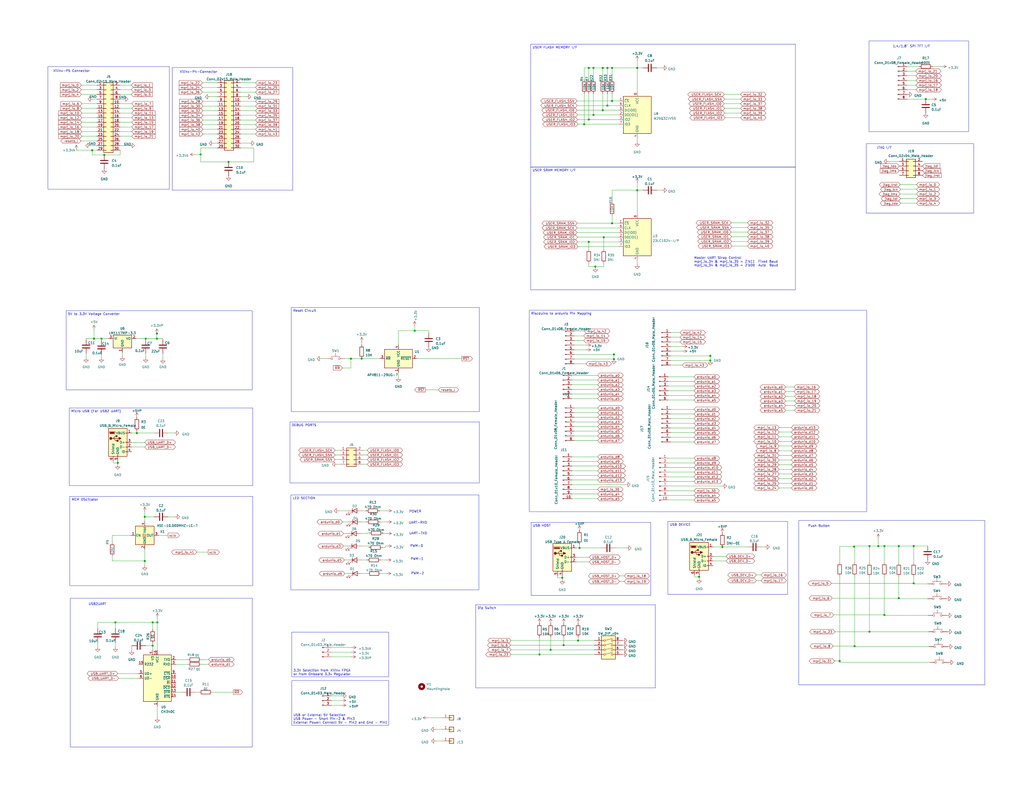
<source format=kicad_sch>
(kicad_sch (version 20230121) (generator eeschema)
  (paper "C")
  (title_block (date "2023-07-21") (rev "1.0.2"))
  (junction (at 347.726 37.084))
  (junction (at 78.994 282.194))
  (junction (at 83.312 352.552))
  (junction (at 334.01 55.118))
  (junction (at 328.93 37.084))
  (junction (at 226.314 180.594))
  (junction (at 394.208 298.704))
  (junction (at 321.31 37.084))
  (junction (at 315.468 349.758))
  (junction (at 323.85 37.084))
  (junction (at 474.472 298.196))
  (junction (at 331.47 57.658))
  (junction (at 458.216 360.934))
  (junction (at 74.676 236.474))
  (junction (at 323.85 62.738))
  (junction (at 479.298 298.196))
  (junction (at 387.604 194.31))
  (junction (at 321.31 132.08))
  (junction (at 466.344 352.806))
  (junction (at 498.602 318.516))
  (junction (at 335.026 196.088))
  (junction (at 334.01 121.92))
  (junction (at 490.474 326.644))
  (junction (at 331.47 37.084))
  (junction (at 498.602 298.196))
  (junction (at 387.604 196.85))
  (junction (at 109.474 84.328))
  (junction (at 474.472 344.932))
  (junction (at 324.866 145.542))
  (junction (at 85.598 182.118))
  (junction (at 50.292 82.042))
  (junction (at 300.482 354.838))
  (junction (at 335.026 193.548))
  (junction (at 381.508 314.96))
  (junction (at 318.77 67.818))
  (junction (at 482.6 298.196))
  (junction (at 316.23 299.212))
  (junction (at 329.438 129.54))
  (junction (at 328.93 60.198))
  (junction (at 490.474 298.196))
  (junction (at 79.502 184.912))
  (junction (at 85.852 339.852))
  (junction (at 334.01 37.084))
  (junction (at 197.358 195.834))
  (junction (at 62.992 339.852))
  (junction (at 78.994 306.324))
  (junction (at 56.896 84.582))
  (junction (at 466.09 298.45))
  (junction (at 505.206 54.102))
  (junction (at 64.262 252.73))
  (junction (at 294.386 357.378))
  (junction (at 482.6 335.788))
  (junction (at 191.516 195.834))
  (junction (at 347.726 103.886))
  (junction (at 85.598 184.912))
  (junction (at 306.832 315.468))
  (junction (at 51.308 184.912))
  (junction (at 83.312 339.852))
  (junction (at 321.31 65.278))
  (junction (at 124.714 88.392))
  (junction (at 55.372 184.912))
  (junction (at 307.594 352.298))
  (wire (pts (xy 334.01 55.118) (xy 337.566 55.118)))
  (wire (pts (xy 85.852 385.572) (xy 85.852 391.922)))
  (wire (pts (xy 495.046 41.402) (xy 499.872 41.402)))
  (wire (pts (xy 425.196 248.666) (xy 431.8 248.666)))
  (wire (pts (xy 466.09 298.45) (xy 466.09 298.196)))
  (wire (pts (xy 46.99 184.912) (xy 51.308 184.912)))
  (wire (pts (xy 50.292 84.582) (xy 56.896 84.582)))
  (wire (pts (xy 201.93 298.196) (xy 197.104 298.196)))
  (wire (pts (xy 110.744 68.072) (xy 118.618 68.072)))
  (wire (pts (xy 44.45 46.482) (xy 52.832 46.482)))
  (wire (pts (xy 232.156 212.852) (xy 239.268 212.852)))
  (wire (pts (xy 425.196 253.746) (xy 431.8 253.746)))
  (wire (pts (xy 364.744 213.36) (xy 378.714 213.36)))
  (wire (pts (xy 458.216 314.706) (xy 458.216 360.934)))
  (wire (pts (xy 306.832 315.468) (xy 306.832 316.484)))
  (wire (pts (xy 312.166 212.598) (xy 326.136 212.598)))
  (wire (pts (xy 88.9 193.04) (xy 88.9 195.834)))
  (wire (pts (xy 366.014 186.69) (xy 371.094 186.69)))
  (wire (pts (xy 83.312 339.852) (xy 85.852 339.852)))
  (wire (pts (xy 328.93 37.084) (xy 331.47 37.084)))
  (wire (pts (xy 378.968 313.944) (xy 378.968 314.96)))
  (wire (pts (xy 338.074 314.452) (xy 340.614 314.452)))
  (wire (pts (xy 313.436 188.468) (xy 319.786 188.468)))
  (wire (pts (xy 191.516 200.914) (xy 191.516 195.834)))
  (wire (pts (xy 366.014 231.14) (xy 378.714 231.14)))
  (wire (pts (xy 210.312 298.958) (xy 210.312 298.196)))
  (wire (pts (xy 78.994 299.974) (xy 78.994 306.324)))
  (wire (pts (xy 198.12 253.492) (xy 200.406 253.492)))
  (wire (pts (xy 466.344 352.806) (xy 466.344 314.706)))
  (wire (pts (xy 44.704 71.882) (xy 52.832 71.882)))
  (wire (pts (xy 180.848 353.568) (xy 191.77 353.568)))
  (wire (pts (xy 312.166 262.128) (xy 326.136 262.128)))
  (wire (pts (xy 71.882 352.552) (xy 71.882 355.092)))
  (wire (pts (xy 180.848 385.064) (xy 186.182 385.064)))
  (wire (pts (xy 278.892 354.838) (xy 300.482 354.838)))
  (wire (pts (xy 381.508 314.96) (xy 381.508 315.976)))
  (wire (pts (xy 182.88 248.412) (xy 185.42 248.412)))
  (wire (pts (xy 109.474 80.772) (xy 109.474 84.328)))
  (wire (pts (xy 200.152 291.084) (xy 200.152 291.338)))
  (wire (pts (xy 78.994 306.324) (xy 78.994 308.864)))
  (wire (pts (xy 331.47 57.658) (xy 337.566 57.658)))
  (wire (pts (xy 197.612 313.182) (xy 200.406 313.182)))
  (wire (pts (xy 201.93 298.958) (xy 201.93 298.196)))
  (wire (pts (xy 61.722 252.73) (xy 64.262 252.73)))
  (wire (pts (xy 85.852 337.312) (xy 85.852 339.852)))
  (wire (pts (xy 490.474 326.898) (xy 506.222 326.898)))
  (wire (pts (xy 131.318 68.072) (xy 139.446 68.072)))
  (wire (pts (xy 312.166 251.968) (xy 326.136 251.968)))
  (wire (pts (xy 313.436 240.538) (xy 326.136 240.538)))
  (wire (pts (xy 347.726 103.886) (xy 350.774 103.886)))
  (wire (pts (xy 64.262 252.73) (xy 64.262 253.746)))
  (wire (pts (xy 312.166 210.058) (xy 326.136 210.058)))
  (wire (pts (xy 65.532 49.022) (xy 71.628 49.022)))
  (wire (pts (xy 506.984 353.06) (xy 466.344 353.06)))
  (wire (pts (xy 313.436 222.758) (xy 326.136 222.758)))
  (wire (pts (xy 65.532 61.722) (xy 71.882 61.722)))
  (wire (pts (xy 41.656 82.042) (xy 50.292 82.042)))
  (wire (pts (xy 312.166 257.048) (xy 326.136 257.048)))
  (wire (pts (xy 110.744 57.912) (xy 118.618 57.912)))
  (wire (pts (xy 61.214 306.324) (xy 61.214 303.784)))
  (wire (pts (xy 479.298 298.196) (xy 482.6 298.196)))
  (wire (pts (xy 65.532 69.342) (xy 71.882 69.342)))
  (wire (pts (xy 312.166 267.208) (xy 326.136 267.208)))
  (wire (pts (xy 209.042 291.084) (xy 208.534 291.084)))
  (wire (pts (xy 321.31 43.434) (xy 321.31 37.084)))
  (wire (pts (xy 395.478 61.722) (xy 404.114 61.722)))
  (wire (pts (xy 412.75 313.944) (xy 415.29 313.944)))
  (wire (pts (xy 78.994 306.324) (xy 61.214 306.324)))
  (wire (pts (xy 51.308 184.912) (xy 55.372 184.912)))
  (wire (pts (xy 425.196 241.046) (xy 431.8 241.046)))
  (wire (pts (xy 116.078 377.952) (xy 127.254 377.952)))
  (wire (pts (xy 425.196 266.446) (xy 431.8 266.446)))
  (wire (pts (xy 313.436 225.298) (xy 326.136 225.298)))
  (wire (pts (xy 455.676 344.932) (xy 474.472 344.932)))
  (wire (pts (xy 314.452 304.292) (xy 321.564 304.292)))
  (wire (pts (xy 46.99 193.04) (xy 46.99 195.326)))
  (wire (pts (xy 366.014 181.61) (xy 371.094 181.61)))
  (wire (pts (xy 95.504 282.194) (xy 91.694 282.194)))
  (wire (pts (xy 454.66 352.806) (xy 466.344 352.806)))
  (wire (pts (xy 65.532 51.562) (xy 71.628 51.562)))
  (wire (pts (xy 482.6 298.196) (xy 490.474 298.196)))
  (wire (pts (xy 415.544 298.704) (xy 417.322 298.704)))
  (wire (pts (xy 109.982 360.172) (xy 113.792 360.172)))
  (wire (pts (xy 110.744 62.992) (xy 118.618 62.992)))
  (wire (pts (xy 312.166 272.288) (xy 326.136 272.288)))
  (wire (pts (xy 399.034 121.666) (xy 407.924 121.666)))
  (wire (pts (xy 453.644 318.516) (xy 498.602 318.516)))
  (wire (pts (xy 237.744 398.272) (xy 241.3 398.272)))
  (wire (pts (xy 188.214 195.834) (xy 191.516 195.834)))
  (wire (pts (xy 71.882 236.474) (xy 74.676 236.474)))
  (wire (pts (xy 53.34 350.774) (xy 53.34 353.314)))
  (wire (pts (xy 466.344 353.06) (xy 466.344 352.806)))
  (wire (pts (xy 399.288 129.286) (xy 407.924 129.286)))
  (wire (pts (xy 364.744 210.82) (xy 378.714 210.82)))
  (wire (pts (xy 454.914 335.788) (xy 482.6 335.788)))
  (wire (pts (xy 366.014 241.3) (xy 378.714 241.3)))
  (wire (pts (xy 364.744 262.89) (xy 378.714 262.89)))
  (wire (pts (xy 399.288 124.206) (xy 407.924 124.206)))
  (wire (pts (xy 491.236 105.918) (xy 500.126 105.918)))
  (wire (pts (xy 366.014 199.39) (xy 372.364 199.39)))
  (wire (pts (xy 498.602 318.77) (xy 506.222 318.77)))
  (wire (pts (xy 364.744 265.43) (xy 393.954 265.43)))
  (wire (pts (xy 364.744 273.05) (xy 378.714 273.05)))
  (wire (pts (xy 395.224 56.642) (xy 404.114 56.642)))
  (wire (pts (xy 321.31 132.08) (xy 321.31 136.144)))
  (wire (pts (xy 315.214 62.738) (xy 323.85 62.738)))
  (wire (pts (xy 395.478 59.182) (xy 404.114 59.182)))
  (wire (pts (xy 65.532 79.502) (xy 70.866 79.502)))
  (wire (pts (xy 458.216 360.934) (xy 458.216 361.696)))
  (wire (pts (xy 116.586 78.232) (xy 118.618 78.232)))
  (wire (pts (xy 474.472 298.196) (xy 479.298 298.196)))
  (wire (pts (xy 64.262 251.714) (xy 64.262 252.73)))
  (wire (pts (xy 364.744 252.73) (xy 378.714 252.73)))
  (wire (pts (xy 347.726 75.438) (xy 347.726 77.47)))
  (wire (pts (xy 51.308 180.086) (xy 51.308 184.912)))
  (wire (pts (xy 315.214 132.08) (xy 321.31 132.08)))
  (wire (pts (xy 217.424 180.594) (xy 226.314 180.594)))
  (wire (pts (xy 180.848 358.648) (xy 191.516 358.648)))
  (wire (pts (xy 506.73 344.932) (xy 474.472 344.932)))
  (wire (pts (xy 334.01 103.886) (xy 334.01 110.236)))
  (wire (pts (xy 187.96 305.816) (xy 189.738 305.816)))
  (wire (pts (xy 312.166 217.678) (xy 326.136 217.678)))
  (wire (pts (xy 106.426 84.328) (xy 109.474 84.328)))
  (wire (pts (xy 85.598 181.864) (xy 85.598 182.118)))
  (wire (pts (xy 466.09 298.196) (xy 474.472 298.196)))
  (wire (pts (xy 180.848 379.984) (xy 186.436 379.984)))
  (wire (pts (xy 110.744 73.152) (xy 118.618 73.152)))
  (wire (pts (xy 482.6 335.788) (xy 482.6 336.042)))
  (wire (pts (xy 107.442 301.498) (xy 113.538 301.498)))
  (wire (pts (xy 323.85 37.084) (xy 323.85 43.434)))
  (wire (pts (xy 217.424 203.454) (xy 217.424 205.994)))
  (wire (pts (xy 44.704 69.342) (xy 52.832 69.342)))
  (wire (pts (xy 314.452 299.212) (xy 316.23 299.212)))
  (wire (pts (xy 131.318 55.372) (xy 139.446 55.372)))
  (wire (pts (xy 41.656 82.042) (xy 41.656 81.788)))
  (wire (pts (xy 74.422 184.912) (xy 79.502 184.912)))
  (wire (pts (xy 314.96 57.658) (xy 331.47 57.658)))
  (wire (pts (xy 66.802 192.532) (xy 66.802 194.564)))
  (wire (pts (xy 85.598 182.118) (xy 85.598 184.912)))
  (wire (pts (xy 387.604 194.31) (xy 387.604 194.183)))
  (wire (pts (xy 474.472 314.96) (xy 474.472 344.932)))
  (wire (pts (xy 64.262 367.792) (xy 75.692 367.792)))
  (wire (pts (xy 482.6 336.042) (xy 506.476 336.042)))
  (wire (pts (xy 366.014 228.6) (xy 378.714 228.6)))
  (wire (pts (xy 508.508 54.102) (xy 505.206 54.102)))
  (wire (pts (xy 304.292 315.468) (xy 306.832 315.468)))
  (wire (pts (xy 366.014 194.31) (xy 387.604 194.31)))
  (wire (pts (xy 114.554 52.832) (xy 118.618 52.832)))
  (wire (pts (xy 313.436 198.628) (xy 319.786 198.628)))
  (wire (pts (xy 294.386 347.98) (xy 294.386 357.378)))
  (wire (pts (xy 109.474 84.328) (xy 109.474 88.392)))
  (wire (pts (xy 110.744 60.452) (xy 118.618 60.452)))
  (wire (pts (xy 188.214 313.182) (xy 189.992 313.182)))
  (wire (pts (xy 395.732 64.262) (xy 404.114 64.262)))
  (wire (pts (xy 366.014 184.15) (xy 371.094 184.15)))
  (wire (pts (xy 454.152 326.644) (xy 490.474 326.644)))
  (wire (pts (xy 318.77 37.084) (xy 321.31 37.084)))
  (wire (pts (xy 428.752 216.408) (xy 433.578 216.408)))
  (wire (pts (xy 96.012 377.952) (xy 99.06 377.952)))
  (wire (pts (xy 201.93 298.958) (xy 201.168 298.958)))
  (wire (pts (xy 316.23 299.212) (xy 328.168 299.212)))
  (wire (pts (xy 91.694 236.474) (xy 94.996 236.474)))
  (wire (pts (xy 44.704 74.422) (xy 52.832 74.422)))
  (wire (pts (xy 85.852 339.852) (xy 85.852 355.092)))
  (wire (pts (xy 79.502 352.552) (xy 83.312 352.552)))
  (wire (pts (xy 294.386 357.378) (xy 324.358 357.378)))
  (wire (pts (xy 458.216 307.086) (xy 458.216 298.45)))
  (wire (pts (xy 208.788 298.958) (xy 210.312 298.958)))
  (wire (pts (xy 278.638 352.298) (xy 307.594 352.298)))
  (wire (pts (xy 71.882 241.554) (xy 78.994 241.554)))
  (wire (pts (xy 208.026 313.182) (xy 210.82 313.182)))
  (wire (pts (xy 364.744 267.97) (xy 378.714 267.97)))
  (wire (pts (xy 389.128 298.704) (xy 394.208 298.704)))
  (wire (pts (xy 495.046 46.482) (xy 499.872 46.482)))
  (wire (pts (xy 131.318 73.152) (xy 139.446 73.152)))
  (wire (pts (xy 110.49 50.292) (xy 118.618 50.292)))
  (wire (pts (xy 381.508 313.944) (xy 381.508 314.96)))
  (wire (pts (xy 498.602 314.96) (xy 498.602 318.516)))
  (wire (pts (xy 484.886 88.138) (xy 490.728 88.138)))
  (wire (pts (xy 44.704 64.262) (xy 52.832 64.262)))
  (wire (pts (xy 44.704 66.802) (xy 52.832 66.802)))
  (wire (pts (xy 490.474 298.196) (xy 498.602 298.196)))
  (wire (pts (xy 313.436 196.088) (xy 335.026 196.088)))
  (wire (pts (xy 313.436 180.848) (xy 319.024 180.848)))
  (wire (pts (xy 364.744 208.28) (xy 378.714 208.28)))
  (wire (pts (xy 44.45 51.562) (xy 52.832 51.562)))
  (wire (pts (xy 55.372 184.912) (xy 59.182 184.912)))
  (wire (pts (xy 364.744 205.74) (xy 378.714 205.74)))
  (wire (pts (xy 61.214 292.354) (xy 71.374 292.354)))
  (wire (pts (xy 366.014 191.77) (xy 372.364 191.77)))
  (wire (pts (xy 83.312 339.852) (xy 83.312 343.662)))
  (wire (pts (xy 307.594 352.298) (xy 324.358 352.298)))
  (wire (pts (xy 65.532 66.802) (xy 71.882 66.802)))
  (wire (pts (xy 200.152 291.084) (xy 201.422 291.084)))
  (wire (pts (xy 314.96 121.92) (xy 334.01 121.92)))
  (wire (pts (xy 425.196 263.906) (xy 431.8 263.906)))
  (wire (pts (xy 323.85 62.738) (xy 337.566 62.738)))
  (wire (pts (xy 328.93 60.198) (xy 337.566 60.198)))
  (wire (pts (xy 331.47 37.084) (xy 334.01 37.084)))
  (wire (pts (xy 64.77 370.332) (xy 75.692 370.332)))
  (wire (pts (xy 312.166 249.428) (xy 326.136 249.428)))
  (wire (pts (xy 109.982 362.712) (xy 113.792 362.712)))
  (wire (pts (xy 331.47 51.054) (xy 331.47 57.658)))
  (wire (pts (xy 198.12 248.412) (xy 200.406 248.412)))
  (wire (pts (xy 366.014 223.52) (xy 378.714 223.52)))
  (wire (pts (xy 458.216 298.45) (xy 466.09 298.45)))
  (wire (pts (xy 180.848 382.524) (xy 186.182 382.524)))
  (wire (pts (xy 316.23 297.18) (xy 316.23 299.212)))
  (wire (pts (xy 366.014 189.23) (xy 372.364 189.23)))
  (wire (pts (xy 389.128 303.784) (xy 396.24 303.784)))
  (wire (pts (xy 106.68 377.952) (xy 108.458 377.952)))
  (wire (pts (xy 191.516 195.834) (xy 197.358 195.834)))
  (wire (pts (xy 491.49 110.998) (xy 500.126 110.998)))
  (wire (pts (xy 50.546 54.102) (xy 52.832 54.102)))
  (wire (pts (xy 428.752 211.328) (xy 433.324 211.328)))
  (wire (pts (xy 364.744 250.19) (xy 378.714 250.19)))
  (wire (pts (xy 495.046 49.022) (xy 499.872 49.022)))
  (wire (pts (xy 364.744 257.81) (xy 378.714 257.81)))
  (wire (pts (xy 227.584 195.834) (xy 251.968 195.834)))
  (wire (pts (xy 175.514 195.834) (xy 178.054 195.834)))
  (wire (pts (xy 182.88 245.872) (xy 185.42 245.872)))
  (wire (pts (xy 428.752 221.488) (xy 433.578 221.488)))
  (wire (pts (xy 71.882 244.094) (xy 78.994 244.094)))
  (wire (pts (xy 495.046 43.942) (xy 499.872 43.942)))
  (wire (pts (xy 208.534 291.084) (xy 208.534 291.338)))
  (wire (pts (xy 334.01 103.886) (xy 347.726 103.886)))
  (wire (pts (xy 315.468 349.758) (xy 315.468 347.98)))
  (wire (pts (xy 62.992 350.774) (xy 62.992 353.314)))
  (wire (pts (xy 237.998 404.622) (xy 241.3 404.622)))
  (wire (pts (xy 395.224 51.562) (xy 404.114 51.562)))
  (wire (pts (xy 428.752 218.948) (xy 433.578 218.948)))
  (wire (pts (xy 466.344 298.45) (xy 466.09 298.45)))
  (wire (pts (xy 321.31 132.08) (xy 337.566 132.08)))
  (wire (pts (xy 210.312 298.196) (xy 211.074 298.196)))
  (wire (pts (xy 329.438 143.764) (xy 329.438 145.542)))
  (wire (pts (xy 138.43 88.392) (xy 138.43 80.772)))
  (wire (pts (xy 306.832 314.452) (xy 306.832 315.468)))
  (wire (pts (xy 315.468 134.62) (xy 337.566 134.62)))
  (wire (pts (xy 313.436 185.928) (xy 318.516 185.928)))
  (wire (pts (xy 65.532 71.882) (xy 71.882 71.882)))
  (wire (pts (xy 366.014 226.06) (xy 378.714 226.06)))
  (wire (pts (xy 328.93 51.054) (xy 328.93 60.198)))
  (wire (pts (xy 358.394 37.084) (xy 361.188 37.084)))
  (wire (pts (xy 44.45 49.022) (xy 52.832 49.022)))
  (wire (pts (xy 44.196 76.962) (xy 52.832 76.962)))
  (wire (pts (xy 321.31 143.764) (xy 321.31 145.542)))
  (wire (pts (xy 324.866 145.542) (xy 324.866 146.05)))
  (wire (pts (xy 312.166 207.518) (xy 326.136 207.518)))
  (wire (pts (xy 347.726 142.24) (xy 347.726 144.272)))
  (wire (pts (xy 315.214 65.278) (xy 321.31 65.278)))
  (wire (pts (xy 217.424 188.214) (xy 217.424 180.594)))
  (wire (pts (xy 65.532 56.642) (xy 71.882 56.642)))
  (wire (pts (xy 208.534 291.338) (xy 211.074 291.338)))
  (wire (pts (xy 78.994 282.194) (xy 78.994 284.734)))
  (wire (pts (xy 79.502 184.912) (xy 85.598 184.912)))
  (wire (pts (xy 323.85 37.084) (xy 328.93 37.084)))
  (wire (pts (xy 347.726 33.02) (xy 347.726 37.084)))
  (wire (pts (xy 65.532 84.582) (xy 65.532 82.042)))
  (wire (pts (xy 334.01 117.856) (xy 334.01 121.92)))
  (wire (pts (xy 364.744 270.51) (xy 378.714 270.51)))
  (wire (pts (xy 50.292 82.042) (xy 50.292 84.582)))
  (wire (pts (xy 74.676 236.474) (xy 84.074 236.474)))
  (wire (pts (xy 387.604 196.85) (xy 387.604 194.31)))
  (wire (pts (xy 412.75 316.992) (xy 415.29 316.992)))
  (wire (pts (xy 425.196 261.366) (xy 431.8 261.366)))
  (wire (pts (xy 312.166 204.978) (xy 326.136 204.978)))
  (wire (pts (xy 335.026 196.088) (xy 335.026 193.548)))
  (wire (pts (xy 313.436 193.548) (xy 335.026 193.548)))
  (wire (pts (xy 335.026 193.548) (xy 335.026 193.421)))
  (wire (pts (xy 124.714 88.392) (xy 138.43 88.392)))
  (wire (pts (xy 491.49 103.378) (xy 500.126 103.378)))
  (wire (pts (xy 187.452 291.338) (xy 189.484 291.338)))
  (wire (pts (xy 338.074 317.5) (xy 340.614 317.5)))
  (wire (pts (xy 53.34 343.154) (xy 53.34 339.852)))
  (wire (pts (xy 318.77 37.084) (xy 318.77 43.434)))
  (wire (pts (xy 364.744 218.44) (xy 378.714 218.44)))
  (wire (pts (xy 79.502 193.04) (xy 79.502 195.326)))
  (wire (pts (xy 425.196 251.206) (xy 431.8 251.206)))
  (wire (pts (xy 315.214 129.54) (xy 329.438 129.54)))
  (wire (pts (xy 399.542 134.366) (xy 407.924 134.366)))
  (wire (pts (xy 321.31 37.084) (xy 323.85 37.084)))
  (wire (pts (xy 62.992 339.852) (xy 83.312 339.852)))
  (wire (pts (xy 197.358 195.834) (xy 207.264 195.834)))
  (wire (pts (xy 50.292 82.042) (xy 52.832 82.042)))
  (wire (pts (xy 197.612 284.988) (xy 199.898 284.988)))
  (wire (pts (xy 65.532 54.102) (xy 67.31 54.102)))
  (wire (pts (xy 65.532 59.182) (xy 71.882 59.182)))
  (wire (pts (xy 425.196 256.286) (xy 431.8 256.286)))
  (wire (pts (xy 55.372 193.548) (xy 55.372 195.326)))
  (wire (pts (xy 324.866 145.542) (xy 329.438 145.542)))
  (wire (pts (xy 186.944 200.914) (xy 191.516 200.914)))
  (wire (pts (xy 479.298 294.132) (xy 479.298 298.196)))
  (wire (pts (xy 180.848 356.108) (xy 191.516 356.108)))
  (wire (pts (xy 425.196 243.586) (xy 431.8 243.586)))
  (wire (pts (xy 455.422 360.934) (xy 458.216 360.934)))
  (wire (pts (xy 399.034 126.746) (xy 407.924 126.746)))
  (wire (pts (xy 347.726 99.822) (xy 347.726 103.886)))
  (wire (pts (xy 197.358 305.816) (xy 200.152 305.816)))
  (wire (pts (xy 364.744 260.35) (xy 378.714 260.35)))
  (wire (pts (xy 347.726 37.084) (xy 350.774 37.084)))
  (wire (pts (xy 318.77 67.818) (xy 337.566 67.818)))
  (wire (pts (xy 313.436 183.388) (xy 318.516 183.388)))
  (wire (pts (xy 200.152 291.338) (xy 197.104 291.338)))
  (wire (pts (xy 466.344 307.086) (xy 466.344 298.45)))
  (wire (pts (xy 304.292 314.452) (xy 304.292 315.468)))
  (wire (pts (xy 198.12 250.952) (xy 200.406 250.952)))
  (wire (pts (xy 233.426 391.922) (xy 241.3 391.922)))
  (wire (pts (xy 83.312 352.552) (xy 83.312 355.092)))
  (wire (pts (xy 312.166 215.138) (xy 326.136 215.138)))
  (wire (pts (xy 65.532 64.262) (xy 71.882 64.262)))
  (wire (pts (xy 498.602 298.196) (xy 498.602 307.34)))
  (wire (pts (xy 491.236 100.838) (xy 500.126 100.838)))
  (wire (pts (xy 328.93 43.434) (xy 328.93 37.084)))
  (wire (pts (xy 313.436 230.378) (xy 326.136 230.378)))
  (wire (pts (xy 131.318 70.612) (xy 139.446 70.612)))
  (wire (pts (xy 313.436 227.838) (xy 326.136 227.838)))
  (wire (pts (xy 324.358 349.758) (xy 315.468 349.758)))
  (wire (pts (xy 509.016 36.322) (xy 513.842 36.322)))
  (wire (pts (xy 347.726 116.84) (xy 347.726 103.886)))
  (wire (pts (xy 56.896 84.582) (xy 65.532 84.582)))
  (wire (pts (xy 74.676 235.458) (xy 74.676 236.474)))
  (wire (pts (xy 187.452 298.196) (xy 189.484 298.196)))
  (wire (pts (xy 321.31 65.278) (xy 337.566 65.278)))
  (wire (pts (xy 131.318 50.292) (xy 139.446 50.292)))
  (wire (pts (xy 314.96 60.198) (xy 328.93 60.198)))
  (wire (pts (xy 186.944 284.988) (xy 189.992 284.988)))
  (wire (pts (xy 323.85 51.054) (xy 323.85 62.738)))
  (wire (pts (xy 110.49 45.212) (xy 118.618 45.212)))
  (wire (pts (xy 394.208 298.704) (xy 407.924 298.704)))
  (wire (pts (xy 110.744 55.372) (xy 118.618 55.372)))
  (wire (pts (xy 334.01 51.054) (xy 334.01 55.118)))
  (wire (pts (xy 110.744 65.532) (xy 118.618 65.532)))
  (wire (pts (xy 207.264 278.892) (xy 211.074 278.892)))
  (wire (pts (xy 312.166 264.668) (xy 341.376 264.668)))
  (wire (pts (xy 79.502 184.912) (xy 79.502 185.42)))
  (wire (pts (xy 389.128 306.324) (xy 396.24 306.324)))
  (wire (pts (xy 96.012 362.712) (xy 102.362 362.712)))
  (wire (pts (xy 62.992 343.154) (xy 62.992 339.852)))
  (wire (pts (xy 329.438 136.144) (xy 329.438 129.54)))
  (wire (pts (xy 118.618 80.772) (xy 109.474 80.772)))
  (wire (pts (xy 233.934 180.594) (xy 233.934 181.864)))
  (wire (pts (xy 331.47 37.084) (xy 331.47 43.434)))
  (wire (pts (xy 364.744 215.9) (xy 378.714 215.9)))
  (wire (pts (xy 182.88 250.952) (xy 185.42 250.952)))
  (wire (pts (xy 395.478 54.102) (xy 404.114 54.102)))
  (wire (pts (xy 425.196 246.126) (xy 431.8 246.126)))
  (wire (pts (xy 482.6 298.196) (xy 482.6 307.086)))
  (wire (pts (xy 226.314 178.054) (xy 226.314 180.594)))
  (wire (pts (xy 425.196 238.506) (xy 431.8 238.506)))
  (wire (pts (xy 184.912 278.892) (xy 189.738 278.892)))
  (wire (pts (xy 378.968 314.96) (xy 381.508 314.96)))
  (wire (pts (xy 278.892 349.758) (xy 315.468 349.758)))
  (wire (pts (xy 131.318 60.452) (xy 139.446 60.452)))
  (wire (pts (xy 458.216 361.696) (xy 507.492 361.696)))
  (wire (pts (xy 329.438 129.54) (xy 337.566 129.54)))
  (wire (pts (xy 78.994 279.4) (xy 78.994 282.194)))
  (wire (pts (xy 313.436 232.918) (xy 326.136 232.918)))
  (wire (pts (xy 53.34 339.852) (xy 62.992 339.852)))
  (wire (pts (xy 313.436 237.998) (xy 326.136 237.998)))
  (wire (pts (xy 347.726 50.038) (xy 347.726 37.084)))
  (wire (pts (xy 300.482 354.838) (xy 324.358 354.838)))
  (wire (pts (xy 498.602 298.196) (xy 506.222 298.196)))
  (wire (pts (xy 207.518 284.988) (xy 211.074 284.988)))
  (wire (pts (xy 425.196 258.826) (xy 431.8 258.826)))
  (wire (pts (xy 314.452 306.832) (xy 321.564 306.832)))
  (wire (pts (xy 312.166 254.508) (xy 326.136 254.508)))
  (wire (pts (xy 314.96 55.118) (xy 334.01 55.118)))
  (wire (pts (xy 88.9 184.912) (xy 88.9 185.42)))
  (wire (pts (xy 334.01 121.92) (xy 337.566 121.92)))
  (wire (pts (xy 505.206 54.102) (xy 495.046 54.102)))
  (wire (pts (xy 366.014 238.76) (xy 378.714 238.76)))
  (wire (pts (xy 49.276 79.502) (xy 52.832 79.502)))
  (wire (pts (xy 86.614 292.354) (xy 91.694 292.354)))
  (wire (pts (xy 313.436 235.458) (xy 326.136 235.458)))
  (wire (pts (xy 314.96 124.46) (xy 337.566 124.46)))
  (wire (pts (xy 364.744 255.27) (xy 378.714 255.27)))
  (wire (pts (xy 425.196 233.426) (xy 431.8 233.426)))
  (wire (pts (xy 46.99 185.42) (xy 46.99 184.912)))
  (wire (pts (xy 109.474 88.392) (xy 124.714 88.392)))
  (wire (pts (xy 78.994 282.194) (xy 84.074 282.194)))
  (wire (pts (xy 198.12 245.872) (xy 200.406 245.872)))
  (wire (pts (xy 83.312 351.282) (xy 83.312 352.552)))
  (wire (pts (xy 491.49 108.458) (xy 500.126 108.458)))
  (wire (pts (xy 313.436 191.008) (xy 319.786 191.008)))
  (wire (pts (xy 131.318 52.832) (xy 134.366 52.832)))
  (wire (pts (xy 366.014 233.68) (xy 378.714 233.68)))
  (wire (pts (xy 61.214 292.354) (xy 61.214 296.164)))
  (wire (pts (xy 321.31 51.054) (xy 321.31 65.278)))
  (wire (pts (xy 131.318 78.232) (xy 136.144 78.232)))
  (wire (pts (xy 425.196 235.966) (xy 431.8 235.966)))
  (wire (pts (xy 307.594 347.98) (xy 307.594 352.298)))
  (wire (pts (xy 482.6 314.706) (xy 482.6 335.788)))
  (wire (pts (xy 226.314 180.594) (xy 233.934 180.594)))
  (wire (pts (xy 495.046 38.862) (xy 499.618 38.862)))
  (wire (pts (xy 110.49 47.752) (xy 118.618 47.752)))
  (wire (pts (xy 44.704 61.722) (xy 52.832 61.722)))
  (wire (pts (xy 366.014 236.22) (xy 378.714 236.22)))
  (wire (pts (xy 44.704 56.642) (xy 52.832 56.642)))
  (wire (pts (xy 490.474 326.644) (xy 490.474 326.898)))
  (wire (pts (xy 131.318 47.752) (xy 139.446 47.752)))
  (wire (pts (xy 312.166 259.588) (xy 326.136 259.588)))
  (wire (pts (xy 399.288 131.826) (xy 407.924 131.826)))
  (wire (pts (xy 300.482 347.98) (xy 300.482 354.838)))
  (wire (pts (xy 474.472 307.34) (xy 474.472 298.196)))
  (wire (pts (xy 334.01 37.084) (xy 334.01 43.434)))
  (wire (pts (xy 321.31 145.542) (xy 324.866 145.542)))
  (wire (pts (xy 495.046 36.322) (xy 501.396 36.322)))
  (wire (pts (xy 366.014 196.85) (xy 387.604 196.85)))
  (wire (pts (xy 335.788 299.212) (xy 341.884 299.212)))
  (wire (pts (xy 490.474 298.196) (xy 490.474 307.34)))
  (wire (pts (xy 44.704 59.182) (xy 52.832 59.182)))
  (wire (pts (xy 65.532 46.482) (xy 71.628 46.482)))
  (wire (pts (xy 318.77 51.054) (xy 318.77 67.818)))
  (wire (pts (xy 131.318 62.992) (xy 139.446 62.992)))
  (wire (pts (xy 183.896 253.492) (xy 185.42 253.492)))
  (wire (pts (xy 138.43 80.772) (xy 131.318 80.772)))
  (wire (pts (xy 315.468 67.818) (xy 318.77 67.818)))
  (wire (pts (xy 278.892 357.378) (xy 294.386 357.378)))
  (wire (pts (xy 428.752 224.028) (xy 433.578 224.028)))
  (wire (pts (xy 498.602 318.516) (xy 498.602 318.77)))
  (wire (pts (xy 334.01 37.084) (xy 347.726 37.084)))
  (wire (pts (xy 490.474 314.96) (xy 490.474 326.644)))
  (wire (pts (xy 428.752 213.868) (xy 433.324 213.868)))
  (wire (pts (xy 65.532 74.422) (xy 71.882 74.422)))
  (wire (pts (xy 61.722 251.714) (xy 61.722 252.73)))
  (wire (pts (xy 314.96 127) (xy 337.566 127)))
  (wire (pts (xy 96.012 360.172) (xy 102.362 360.172)))
  (wire (pts (xy 110.744 70.612) (xy 118.618 70.612)))
  (wire (pts (xy 197.358 278.892) (xy 199.644 278.892)))
  (wire (pts (xy 197.358 186.69) (xy 197.358 188.214)))
  (wire (pts (xy 207.772 305.816) (xy 210.82 305.816)))
  (wire (pts (xy 131.318 45.212) (xy 139.446 45.212)))
  (wire (pts (xy 312.166 269.748) (xy 326.136 269.748)))
  (wire (pts (xy 131.318 65.532) (xy 139.446 65.532)))
  (wire (pts (xy 85.598 184.912) (xy 88.9 184.912)))
  (wire (pts (xy 131.318 57.912) (xy 139.446 57.912)))
  (wire (pts (xy 55.372 185.928) (xy 55.372 184.912)))
  (wire (pts (xy 358.394 103.886) (xy 361.188 103.886)))
  (rectangle (start 159.258 345.186) (end 212.09 369.57))
  (rectangle (start 159.258 371.602) (end 212.09 395.986))
  (rectangle (start 474.218 22.352) (end 528.574 71.882))
  (rectangle (start 38.354 326.644) (end 137.668 407.924))
  (rectangle (start 93.98 36.83) (end 159.766 103.886))
  (rectangle (start 472.694 78.486) (end 531.368 116.332))
  (rectangle (start 26.162 36.322) (end 92.456 103.378))
  (rectangle (start 435.864 284.226) (end 537.464 373.888))
  (text_box "MEM OScillator" (at 38.1 271.018 0) (size 99.822 48.768) (effects (font (size 1.27 1.27)) (justify left top)))
  (text_box "5V to 3.3V Voltage Converter" (at 36.068 169.672 0) (size 101.6 43.18) (effects (font (size 1.27 1.27)) (justify left top)))
  (text_box "Dip Switch" (at 259.588 330.2 0) (size 98.044 45.466) (effects (font (size 1.27 1.27)) (justify left top)))
  (text_box "LED SECTION" (at 158.75 270.256 0) (size 102.616 51.816) (effects (font (size 1.27 1.27)) (justify left top)))
  (text_box "Riscduino to ardunio Pin Mapping" (at 288.798 169.418 0) (size 184.15 109.982) (effects (font (size 1.27 1.27)) (justify left top)))
  (text_box "Micro USB (For USB2 UART)" (at 37.846 222.758 0) (size 100.076 42.418) (effects (font (size 1.27 1.27)) (justify left top)))
  (text_box "USER SRAM MEMORY I/F" (at 289.56 91.186 0) (size 144.526 67.056) (effects (font (size 1.27 1.27)) (justify left top)))
  (text_box "DEBUG PORTS" (at 158.242 230.378 0) (size 103.378 33.274) (effects (font (size 1.27 1.27)) (justify left top)))
  (text_box "USB HOST" (at 289.814 285.242 0) (size 65.278 39.878) (effects (font (size 1.27 1.27)) (justify left top)))
  (text_box "USB DEVICE" (at 364.49 284.734 0) (size 65.278 39.878) (effects (font (size 1.27 1.27)) (justify left top)))
  (text_box "USER FLASH MEMORY I/F" (at 289.56 24.13 0) (size 144.526 67.056) (effects (font (size 1.27 1.27)) (justify left top)))
  (text_box "Reset Circuit" (at 159.004 167.894 0) (size 102.616 56.896) (effects (font (size 1.27 1.27)) (justify left top)))
  (text "Xilinx-P5 Connector" (at 28.956 39.624 0) (effects (font (size 1.27 1.27)) (justify left bottom)))
  (text "POWER" (at 223.266 280.162 0) (effects (font (size 1.27 1.27)) (justify left bottom)))
  (text "Xilinx-P4-Connector" (at 98.044 40.132 0) (effects (font (size 1.27 1.27)) (justify left bottom)))
  (text "Push Button" (at 440.944 288.036 0) (effects (font (size 1.27 1.27)) (justify left bottom)))
  (text "UART-TXD\n" (at 223.266 292.1 0) (effects (font (size 1.27 1.27)) (justify left bottom)))
  (text "3.3V Selection from Xilinx FPGA \nor from Onboard 3.3v Regulator" (at 160.02 369.062 0) (effects (font (size 1.27 1.27)) (justify left bottom)))
  (text "JTAG I/F" (at 478.282 81.534 0) (effects (font (size 1.27 1.27)) (justify left bottom)))
  (text "USB or External 5V Selection\nUSB Power - Short Pin-2 & Pin3\nExternal Power: Connect 5V - Pin2 and Gnd - Pin1" (at 160.02 395.478 0) (effects (font (size 1.27 1.27)) (justify left bottom)))
  (text "PWM-0" (at 223.774 298.958 0) (effects (font (size 1.27 1.27)) (justify left bottom)))
  (text "UART-RXD" (at 223.012 286.258 0) (effects (font (size 1.27 1.27)) (justify left bottom)))
  (text "1.4/1.8\" SPI TFT I/F" (at 487.172 26.162 0) (effects (font (size 1.27 1.27)) (justify left bottom)))
  (text "Master UART Strap Control\nmprj_io_34 & mprj_io_35 = 2'b11  Fixed Baud\nmprj_io_34 & mprj_io_35 = 2'b00  Auto  Baud" (at 378.714 145.796 0) (effects (font (size 1.27 1.27)) (justify left bottom)))
  (text "PWM-1" (at 224.028 306.07 0) (effects (font (size 1.27 1.27)) (justify left bottom)))
  (text "USB2UART" (at 48.26 330.708 0) (effects (font (size 1.27 1.27)) (justify left bottom)))
  (text "PWM-2" (at 224.282 313.944 0) (effects (font (size 1.27 1.27)) (justify left bottom)))
  (global_label "USER_FLASH_SCK" (shape bidirectional) (at 395.224 51.562 180) (property "Intersheetrefs" "${INTERSHEET_REFS}" (effects hide)))
  (global_label "mprj_io_14" (shape input) (at 44.704 66.802 180) (property "Intersheetrefs" "${INTERSHEET_REFS}" (effects hide)))
  (global_label "mprj_io_6" (shape input) (at 44.704 56.642 180) (property "Intersheetrefs" "${INTERSHEET_REFS}" (effects hide)))
  (global_label "mprj_io_34" (shape input) (at 110.744 62.992 180) (property "Intersheetrefs" "${INTERSHEET_REFS}" (effects hide)))
  (global_label "USER_FLASH_SSN" (shape bidirectional) (at 314.96 55.118 180) (property "Intersheetrefs" "${INTERSHEET_REFS}" (effects hide)))
  (global_label "mprj_io_43" (shape bidirectional) (at 372.364 199.39 0) (property "Intersheetrefs" "${INTERSHEET_REFS}" (effects hide)))
  (global_label "ardunio_d4" (shape bidirectional) (at 326.136 232.918 0) (property "Intersheetrefs" "${INTERSHEET_REFS}" (effects hide)))
  (global_label "ardunio_d6" (shape bidirectional) (at 431.8 251.206 0) (property "Intersheetrefs" "${INTERSHEET_REFS}" (effects hide)))
  (global_label "mprj_io_18" (shape bidirectional) (at 433.578 216.408 0) (property "Intersheetrefs" "${INTERSHEET_REFS}" (effects hide)))
  (global_label "jtag_tdo" (shape input) (at 490.728 90.678 180) (property "Intersheetrefs" "${INTERSHEET_REFS}" (effects hide)))
  (global_label "ardunio_d1" (shape bidirectional) (at 187.452 291.338 180) (property "Intersheetrefs" "${INTERSHEET_REFS}" (effects hide)))
  (global_label "mprj_io_17" (shape input) (at 71.882 69.342 0) (property "Intersheetrefs" "${INTERSHEET_REFS}" (effects hide)))
  (global_label "mprj_io_2" (shape bidirectional) (at 500.126 105.918 0) (property "Intersheetrefs" "${INTERSHEET_REFS}" (effects hide)))
  (global_label "jtag_trst" (shape bidirectional) (at 491.236 100.838 180) (property "Intersheetrefs" "${INTERSHEET_REFS}" (effects hide)))
  (global_label "ardunio_a1" (shape bidirectional) (at 378.714 208.28 0) (property "Intersheetrefs" "${INTERSHEET_REFS}" (effects hide)))
  (global_label "ardunio_d1" (shape bidirectional) (at 431.8 263.906 0) (property "Intersheetrefs" "${INTERSHEET_REFS}" (effects hide)))
  (global_label "USER_FLASH_SCK" (shape bidirectional) (at 182.88 245.872 180) (property "Intersheetrefs" "${INTERSHEET_REFS}" (effects hide)))
  (global_label "mprj_io_7" (shape bidirectional) (at 454.914 335.788 180) (property "Intersheetrefs" "${INTERSHEET_REFS}" (effects hide)))
  (global_label "mprj_io_23" (shape input) (at 139.446 45.212 0) (property "Intersheetrefs" "${INTERSHEET_REFS}" (effects hide)))
  (global_label "mprj_io_39" (shape input) (at 139.446 68.072 0) (property "Intersheetrefs" "${INTERSHEET_REFS}" (effects hide)))
  (global_label "mprj_io_18" (shape bidirectional) (at 340.614 314.452 0) (property "Intersheetrefs" "${INTERSHEET_REFS}" (effects hide)))
  (global_label "mprj_io_12" (shape input) (at 44.704 64.262 180) (property "Intersheetrefs" "${INTERSHEET_REFS}" (effects hide)))
  (global_label "jtag_tck" (shape bidirectional) (at 491.49 103.378 180) (property "Intersheetrefs" "${INTERSHEET_REFS}" (effects hide)))
  (global_label "mprj_io_8" (shape bidirectional) (at 425.196 246.126 180) (property "Intersheetrefs" "${INTERSHEET_REFS}" (effects hide)))
  (global_label "ardunio_d2" (shape bidirectional) (at 378.714 228.6 0) (property "Intersheetrefs" "${INTERSHEET_REFS}" (effects hide)))
  (global_label "ardunio_a1" (shape bidirectional) (at 428.752 213.868 180) (property "Intersheetrefs" "${INTERSHEET_REFS}" (effects hide)))
  (global_label "ardunio_a2" (shape bidirectional) (at 378.714 210.82 0) (property "Intersheetrefs" "${INTERSHEET_REFS}" (effects hide)))
  (global_label "USB_UART_D-" (shape bidirectional) (at 78.994 244.094 0) (property "Intersheetrefs" "${INTERSHEET_REFS}" (effects hide)))
  (global_label "mprj_io_29" (shape input) (at 139.446 55.372 0) (property "Intersheetrefs" "${INTERSHEET_REFS}" (effects hide)))
  (global_label "mprj_io_16" (shape bidirectional) (at 433.324 211.328 0) (property "Intersheetrefs" "${INTERSHEET_REFS}" (effects hide)))
  (global_label "mprj_io_6" (shape bidirectional) (at 278.638 352.298 180) (property "Intersheetrefs" "${INTERSHEET_REFS}" (effects hide)))
  (global_label "mprj_io_36" (shape input) (at 110.744 65.532 180) (property "Intersheetrefs" "${INTERSHEET_REFS}" (effects hide)))
  (global_label "ardunio_d1" (shape bidirectional) (at 113.792 362.712 0) (property "Intersheetrefs" "${INTERSHEET_REFS}" (effects hide)))
  (global_label "mprj_io_20" (shape input) (at 44.704 74.422 180) (property "Intersheetrefs" "${INTERSHEET_REFS}" (effects hide)))
  (global_label "USER_FLASH_SSN" (shape bidirectional) (at 395.478 54.102 180) (property "Intersheetrefs" "${INTERSHEET_REFS}" (effects hide)))
  (global_label "mprj_io_15" (shape input) (at 71.882 66.802 0) (property "Intersheetrefs" "${INTERSHEET_REFS}" (effects hide)))
  (global_label "mprj_io_37" (shape input) (at 139.446 65.532 0) (property "Intersheetrefs" "${INTERSHEET_REFS}" (effects hide)))
  (global_label "resetb_l" (shape bidirectional) (at 239.268 212.852 0) (property "Intersheetrefs" "${INTERSHEET_REFS}" (effects hide)))
  (global_label "mprj_io_17" (shape bidirectional) (at 499.872 46.482 0) (property "Intersheetrefs" "${INTERSHEET_REFS}" (effects hide)))
  (global_label "ardunio_a3" (shape bidirectional) (at 428.752 218.948 180) (property "Intersheetrefs" "${INTERSHEET_REFS}" (effects hide)))
  (global_label "mprj_io_24" (shape bidirectional) (at 425.196 266.446 180) (property "Intersheetrefs" "${INTERSHEET_REFS}" (effects hide)))
  (global_label "mprj_io_25" (shape bidirectional) (at 425.196 263.906 180) (property "Intersheetrefs" "${INTERSHEET_REFS}" (effects hide)))
  (global_label "mprj_io_32" (shape bidirectional) (at 404.114 51.562 0) (property "Intersheetrefs" "${INTERSHEET_REFS}" (effects hide)))
  (global_label "mprj_io_26" (shape bidirectional) (at 425.196 261.366 180) (property "Intersheetrefs" "${INTERSHEET_REFS}" (effects hide)))
  (global_label "mprj_io_19" (shape bidirectional) (at 433.578 218.948 0) (property "Intersheetrefs" "${INTERSHEET_REFS}" (effects hide)))
  (global_label "mprj_io_0" (shape input) (at 44.45 46.482 180) (property "Intersheetrefs" "${INTERSHEET_REFS}" (effects hide)))
  (global_label "USB_HOST_D+" (shape bidirectional) (at 338.074 314.452 180) (property "Intersheetrefs" "${INTERSHEET_REFS}" (effects hide)))
  (global_label "ardunio_d2" (shape bidirectional) (at 326.136 227.838 0) (property "Intersheetrefs" "${INTERSHEET_REFS}" (effects hide)))
  (global_label "ardunio_d11" (shape bidirectional) (at 431.8 238.506 0) (property "Intersheetrefs" "${INTERSHEET_REFS}" (effects hide)))
  (global_label "ardunio_a5" (shape bidirectional) (at 428.752 224.028 180) (property "Intersheetrefs" "${INTERSHEET_REFS}" (effects hide)))
  (global_label "USER_FLASH_IO2" (shape bidirectional) (at 395.478 61.722 180) (property "Intersheetrefs" "${INTERSHEET_REFS}" (effects hide)))
  (global_label "ardunio_a4" (shape bidirectional) (at 378.714 215.9 0) (property "Intersheetrefs" "${INTERSHEET_REFS}" (effects hide)))
  (global_label "ardunio_d4" (shape bidirectional) (at 378.714 233.68 0) (property "Intersheetrefs" "${INTERSHEET_REFS}" (effects hide)))
  (global_label "mprj_io_4" (shape input) (at 44.45 51.562 180) (property "Intersheetrefs" "${INTERSHEET_REFS}" (effects hide)))
  (global_label "USER_SRAM_SSN" (shape bidirectional) (at 399.288 124.206 180) (property "Intersheetrefs" "${INTERSHEET_REFS}" (effects hide)))
  (global_label "USB_HOST_D+" (shape bidirectional) (at 321.564 304.292 0) (property "Intersheetrefs" "${INTERSHEET_REFS}" (effects hide)))
  (global_label "mprj_io_3" (shape input) (at 71.628 49.022 0) (property "Intersheetrefs" "${INTERSHEET_REFS}" (effects hide)))
  (global_label "mprj_io_19" (shape bidirectional) (at 340.614 317.5 0) (property "Intersheetrefs" "${INTERSHEET_REFS}" (effects hide)))
  (global_label "mprj_io_33" (shape bidirectional) (at 404.114 54.102 0) (property "Intersheetrefs" "${INTERSHEET_REFS}" (effects hide)))
  (global_label "mprj_io_39" (shape bidirectional) (at 404.114 61.722 0) (property "Intersheetrefs" "${INTERSHEET_REFS}" (effects hide)))
  (global_label "jtag_trst" (shape input) (at 503.428 95.758 0) (property "Intersheetrefs" "${INTERSHEET_REFS}" (effects hide)))
  (global_label "USB_UART_D+" (shape bidirectional) (at 78.994 241.554 0) (property "Intersheetrefs" "${INTERSHEET_REFS}" (effects hide)))
  (global_label "mprj_io_33" (shape input) (at 139.446 60.452 0) (property "Intersheetrefs" "${INTERSHEET_REFS}" (effects hide)))
  (global_label "USER_FLASH_IO1" (shape bidirectional) (at 395.478 59.182 180) (property "Intersheetrefs" "${INTERSHEET_REFS}" (effects hide)))
  (global_label "mprj_io_13" (shape input) (at 71.882 64.262 0) (property "Intersheetrefs" "${INTERSHEET_REFS}" (effects hide)))
  (global_label "USER_SRAM_IO0" (shape bidirectional) (at 399.034 126.746 180) (property "Intersheetrefs" "${INTERSHEET_REFS}" (effects hide)))
  (global_label "USB_UART_D+" (shape bidirectional) (at 64.262 367.792 180) (property "Intersheetrefs" "${INTERSHEET_REFS}" (effects hide)))
  (global_label "mprj_io_9" (shape input) (at 71.882 59.182 0) (property "Intersheetrefs" "${INTERSHEET_REFS}" (effects hide)))
  (global_label "mprj_io_30" (shape bidirectional) (at 326.136 267.208 0) (property "Intersheetrefs" "${INTERSHEET_REFS}" (effects hide)))
  (global_label "USER_SRAM_IO1" (shape bidirectional) (at 315.214 129.54 180) (property "Intersheetrefs" "${INTERSHEET_REFS}" (effects hide)))
  (global_label "mprj_io_23" (shape bidirectional) (at 278.892 357.378 180) (property "Intersheetrefs" "${INTERSHEET_REFS}" (effects hide)))
  (global_label "ardunio_d9" (shape bidirectional) (at 431.8 243.586 0) (property "Intersheetrefs" "${INTERSHEET_REFS}" (effects hide)))
  (global_label "ardunio_d0" (shape bidirectional) (at 378.714 223.52 0) (property "Intersheetrefs" "${INTERSHEET_REFS}" (effects hide)))
  (global_label "mprj_io_9" (shape bidirectional) (at 425.196 243.586 180) (property "Intersheetrefs" "${INTERSHEET_REFS}" (effects hide)))
  (global_label "mprj_io_14" (shape bidirectional) (at 318.516 183.388 0) (property "Intersheetrefs" "${INTERSHEET_REFS}" (effects hide)))
  (global_label "mprj_io_20" (shape bidirectional) (at 433.578 221.488 0) (property "Intersheetrefs" "${INTERSHEET_REFS}" (effects hide)))
  (global_label "mprj_io_21" (shape input) (at 71.882 74.422 0) (property "Intersheetrefs" "${INTERSHEET_REFS}" (effects hide)))
  (global_label "mprj_io_32" (shape input) (at 110.744 60.452 180) (property "Intersheetrefs" "${INTERSHEET_REFS}" (effects hide)))
  (global_label "mprj_io_30" (shape bidirectional) (at 425.196 251.206 180) (property "Intersheetrefs" "${INTERSHEET_REFS}" (effects hide)))
  (global_label "mprj_io_5" (shape input) (at 71.628 51.562 0) (property "Intersheetrefs" "${INTERSHEET_REFS}" (effects hide)))
  (global_label "USER_SRAM_SSN" (shape bidirectional) (at 314.96 121.92 180) (property "Intersheetrefs" "${INTERSHEET_REFS}" (effects hide)))
  (global_label "mprj_io_16" (shape bidirectional) (at 415.29 313.944 0) (property "Intersheetrefs" "${INTERSHEET_REFS}" (effects hide)))
  (global_label "ardunio_d7" (shape bidirectional) (at 431.8 248.666 0) (property "Intersheetrefs" "${INTERSHEET_REFS}" (effects hide)))
  (global_label "mprj_io_15" (shape bidirectional) (at 371.094 186.69 0) (property "Intersheetrefs" "${INTERSHEET_REFS}" (effects hide)))
  (global_label "mprj_io_40" (shape bidirectional) (at 407.924 134.366 0) (property "Intersheetrefs" "${INTERSHEET_REFS}" (effects hide)))
  (global_label "USB_DEV_D+" (shape bidirectional) (at 396.24 303.784 0) (property "Intersheetrefs" "${INTERSHEET_REFS}" (effects hide)))
  (global_label "mprj_io_17" (shape bidirectional) (at 415.29 316.992 0) (property "Intersheetrefs" "${INTERSHEET_REFS}" (effects hide)))
  (global_label "xclk" (shape output) (at 113.538 301.498 0) (property "Intersheetrefs" "${INTERSHEET_REFS}" (effects hide)))
  (global_label "mprj_io_8" (shape bidirectional) (at 454.66 352.806 180) (property "Intersheetrefs" "${INTERSHEET_REFS}" (effects hide)))
  (global_label "jtag_tms" (shape bidirectional) (at 491.236 105.918 180) (property "Intersheetrefs" "${INTERSHEET_REFS}" (effects hide)))
  (global_label "mprj_io_42" (shape bidirectional) (at 319.024 180.848 0) (property "Intersheetrefs" "${INTERSHEET_REFS}" (effects hide)))
  (global_label "ardunio_d1" (shape bidirectional) (at 378.714 226.06 0) (property "Intersheetrefs" "${INTERSHEET_REFS}" (effects hide)))
  (global_label "ardunio_a4" (shape bidirectional) (at 428.752 221.488 180) (property "Intersheetrefs" "${INTERSHEET_REFS}" (effects hide)))
  (global_label "mprj_io_16" (shape bidirectional) (at 499.872 43.942 0) (property "Intersheetrefs" "${INTERSHEET_REFS}" (effects hide)))
  (global_label "mprj_io_0" (shape bidirectional) (at 500.126 100.838 0) (property "Intersheetrefs" "${INTERSHEET_REFS}" (effects hide)))
  (global_label "ardunio_d8" (shape bidirectional) (at 326.136 249.428 0) (property "Intersheetrefs" "${INTERSHEET_REFS}" (effects hide)))
  (global_label "USER_SRAM_IO2" (shape bidirectional) (at 399.288 131.826 180) (property "Intersheetrefs" "${INTERSHEET_REFS}" (effects hide)))
  (global_label "ardunio_d9" (shape bidirectional) (at 326.136 251.968 0) (property "Intersheetrefs" "${INTERSHEET_REFS}" (effects hide)))
  (global_label "USER_FLASH_IO2" (shape bidirectional) (at 200.406 250.952 0) (property "Intersheetrefs" "${INTERSHEET_REFS}" (effects hide)))
  (global_label "USER_FLASH_SSN" (shape bidirectional) (at 182.88 248.412 180) (property "Intersheetrefs" "${INTERSHEET_REFS}" (effects hide)))
  (global_label "mprj_io_37" (shape bidirectional) (at 407.924 126.746 0) (property "Intersheetrefs" "${INTERSHEET_REFS}" (effects hide)))
  (global_label "mprj_io_8" (shape input) (at 44.704 59.182 180) (property "Intersheetrefs" "${INTERSHEET_REFS}" (effects hide)))
  (global_label "USER_FLASH_IO2" (shape bidirectional) (at 315.214 65.278 180) (property "Intersheetrefs" "${INTERSHEET_REFS}" (effects hide)))
  (global_label "mprj_io_38" (shape input) (at 110.744 68.072 180) (property "Intersheetrefs" "${INTERSHEET_REFS}" (effects hide)))
  (global_label "mprj_io_11" (shape input) (at 71.882 61.722 0) (property "Intersheetrefs" "${INTERSHEET_REFS}" (effects hide)))
  (global_label "ardunio_d0" (shape bidirectional) (at 326.136 222.758 0) (property "Intersheetrefs" "${INTERSHEET_REFS}" (effects hide)))
  (global_label "ardunio_d11" (shape bidirectional) (at 326.136 257.048 0) (property "Intersheetrefs" "${INTERSHEET_REFS}" (effects hide)))
  (global_label "mprj_io_1" (shape input) (at 71.628 46.482 0) (property "Intersheetrefs" "${INTERSHEET_REFS}" (effects hide)))
  (global_label "mprj_io_16" (shape input) (at 44.704 69.342 180) (property "Intersheetrefs" "${INTERSHEET_REFS}" (effects hide)))
  (global_label "ardunio_d10" (shape bidirectional) (at 431.8 241.046 0) (property "Intersheetrefs" "${INTERSHEET_REFS}" (effects hide)))
  (global_label "ardunio_d10" (shape bidirectional) (at 326.136 254.508 0) (property "Intersheetrefs" "${INTERSHEET_REFS}" (effects hide)))
  (global_label "USER_FLASH_IO0" (shape bidirectional) (at 395.224 56.642 180) (property "Intersheetrefs" "${INTERSHEET_REFS}" (effects hide)))
  (global_label "ardunio_d3" (shape bidirectional) (at 431.8 258.826 0) (property "Intersheetrefs" "${INTERSHEET_REFS}" (effects hide)))
  (global_label "mprj_io_12" (shape bidirectional) (at 425.196 235.966 180) (property "Intersheetrefs" "${INTERSHEET_REFS}" (effects hide)))
  (global_label "mprj_io_43" (shape bidirectional) (at 319.786 198.628 0) (property "Intersheetrefs" "${INTERSHEET_REFS}" (effects hide)))
  (global_label "mprj_io_37" (shape bidirectional) (at 404.114 56.642 0) (property "Intersheetrefs" "${INTERSHEET_REFS}" (effects hide)))
  (global_label "mprj_io_30" (shape bidirectional) (at 378.714 267.97 0) (property "Intersheetrefs" "${INTERSHEET_REFS}" (effects hide)))
  (global_label "ardunio_a2" (shape bidirectional) (at 326.136 210.058 0) (property "Intersheetrefs" "${INTERSHEET_REFS}" (effects hide)))
  (global_label "mprj_io_28" (shape bidirectional) (at 425.196 256.286 180) (property "Intersheetrefs" "${INTERSHEET_REFS}" (effects hide)))
  (global_label "mprj_io_7" (shape bidirectional) (at 278.892 354.838 180) (property "Intersheetrefs" "${INTERSHEET_REFS}" (effects hide)))
  (global_label "mprj_io_5" (shape bidirectional) (at 278.892 349.758 180) (property "Intersheetrefs" "${INTERSHEET_REFS}" (effects hide)))
  (global_label "ardunio_d13" (shape bidirectional) (at 326.136 262.128 0) (property "Intersheetrefs" "${INTERSHEET_REFS}" (effects hide)))
  (global_label "mprj_io_40" (shape bidirectional) (at 404.114 64.262 0) (property "Intersheetrefs" "${INTERSHEET_REFS}" (effects hide)))
  (global_label "mprj_io_40" (shape input) (at 110.744 70.612 180) (property "Intersheetrefs" "${INTERSHEET_REFS}" (effects hide)))
  (global_label "jtag_tdi" (shape input) (at 503.428 90.678 0) (property "Intersheetrefs" "${INTERSHEET_REFS}" (effects hide)))
  (global_label "ardunio_d10" (shape bidirectional) (at 378.714 255.27 0) (property "Intersheetrefs" "${INTERSHEET_REFS}" (effects hide)))
  (global_label "USB_DEV_D+" (shape bidirectional) (at 412.75 313.944 180) (property "Intersheetrefs" "${INTERSHEET_REFS}" (effects hide)))
  (global_label "ardunio_d13" (shape bidirectional) (at 378.714 262.89 0) (property "Intersheetrefs" "${INTERSHEET_REFS}" (effects hide)))
  (global_label "mprj_io_38" (shape bidirectional) (at 404.114 59.182 0) (property "Intersheetrefs" "${INTERSHEET_REFS}" (effects hide)))
  (global_label "mprj_io_35" (shape input) (at 139.446 62.992 0) (property "Intersheetrefs" "${INTERSHEET_REFS}" (effects hide)))
  (global_label "mprj_io_11" (shape bidirectional) (at 425.196 238.506 180) (property "Intersheetrefs" "${INTERSHEET_REFS}" (effects hide)))
  (global_label "USB_UART_D-" (shape bidirectional) (at 64.77 370.332 180) (property "Intersheetrefs" "${INTERSHEET_REFS}" (effects hide)))
  (global_label "USER_SRAM_IO0" (shape bidirectional) (at 314.96 127 180) (property "Intersheetrefs" "${INTERSHEET_REFS}" (effects hide)))
  (global_label "ardunio_a5" (shape bidirectional) (at 378.714 218.44 0) (property "Intersheetrefs" "${INTERSHEET_REFS}" (effects hide)))
  (global_label "USER_SRAM_IO3" (shape bidirectional) (at 399.542 134.366 180) (property "Intersheetrefs" "${INTERSHEET_REFS}" (effects hide)))
  (global_label "~{RST}" (shape output) (at 251.968 195.834 0) (property "Intersheetrefs" "${INTERSHEET_REFS}" (effects hide)))
  (global_label "resetb_l" (shape bidirectional) (at 44.196 76.962 180) (property "Intersheetrefs" "${INTERSHEET_REFS}" (effects hide)))
  (global_label "ardunio_d1" (shape bidirectional) (at 326.136 225.298 0) (property "Intersheetrefs" "${INTERSHEET_REFS}" (effects hide)))
  (global_label "USER_SRAM_SSN" (shape bidirectional) (at 182.88 250.952 180) (property "Intersheetrefs" "${INTERSHEET_REFS}" (effects hide)))
  (global_label "ardunio_d11" (shape bidirectional) (at 378.714 257.81 0) (property "Intersheetrefs" "${INTERSHEET_REFS}" (effects hide)))
  (global_label "USER_SRAM_IO1" (shape bidirectional) (at 399.288 129.286 180) (property "Intersheetrefs" "${INTERSHEET_REFS}" (effects hide)))
  (global_label "USB_HOST_D-" (shape bidirectional) (at 338.074 317.5 180) (property "Intersheetrefs" "${INTERSHEET_REFS}" (effects hide)))
  (global_label "ardunio_d5" (shape bidirectional) (at 187.96 305.816 180) (property "Intersheetrefs" "${INTERSHEET_REFS}" (effects hide)))
  (global_label "mprj_io_13" (shape bidirectional) (at 425.196 233.426 180) (property "Intersheetrefs" "${INTERSHEET_REFS}" (effects hide)))
  (global_label "mprj_io_32" (shape bidirectional) (at 407.924 121.666 0) (property "Intersheetrefs" "${INTERSHEET_REFS}" (effects hide)))
  (global_label "ardunio_a0" (shape bidirectional) (at 428.752 211.328 180) (property "Intersheetrefs" "${INTERSHEET_REFS}" (effects hide)))
  (global_label "mprj_io_29" (shape bidirectional) (at 425.196 253.746 180) (property "Intersheetrefs" "${INTERSHEET_REFS}" (effects hide)))
  (global_label "mprj_io_38" (shape bidirectional) (at 407.924 129.286 0) (property "Intersheetrefs" "${INTERSHEET_REFS}" (effects hide)))
  (global_label "jtag_tdi" (shape bidirectional) (at 491.49 108.458 180) (property "Intersheetrefs" "${INTERSHEET_REFS}" (effects hide)))
  (global_label "mprj_io_31" (shape bidirectional) (at 455.422 360.934 180) (property "Intersheetrefs" "${INTERSHEET_REFS}" (effects hide)))
  (global_label "mprj_io_35" (shape bidirectional) (at 407.924 124.206 0) (property "Intersheetrefs" "${INTERSHEET_REFS}" (effects hide)))
  (global_label "USER_FLASH_IO1" (shape bidirectional) (at 315.214 62.738 180) (property "Intersheetrefs" "${INTERSHEET_REFS}" (effects hide)))
  (global_label "mprj_io_23" (shape bidirectional) (at 455.676 344.932 180) (property "Intersheetrefs" "${INTERSHEET_REFS}" (effects hide)))
  (global_label "ardunio_a1" (shape bidirectional) (at 326.136 207.518 0) (property "Intersheetrefs" "${INTERSHEET_REFS}" (effects hide)))
  (global_label "ardunio_d8" (shape bidirectional) (at 378.714 250.19 0) (property "Intersheetrefs" "${INTERSHEET_REFS}" (effects hide)))
  (global_label "ardunio_d5" (shape bidirectional) (at 326.136 235.458 0) (property "Intersheetrefs" "${INTERSHEET_REFS}" (effects hide)))
  (global_label "USER_SRAM_IO3" (shape bidirectional) (at 315.468 134.62 180) (property "Intersheetrefs" "${INTERSHEET_REFS}" (effects hide)))
  (global_label "mprj_io_39" (shape bidirectional) (at 407.924 131.826 0) (property "Intersheetrefs" "${INTERSHEET_REFS}" (effects hide)))
  (global_label "ardunio_a0" (shape bidirectional) (at 326.136 204.978 0) (property "Intersheetrefs" "${INTERSHEET_REFS}" (effects hide)))
  (global_label "ardunio_d7" (shape bidirectional) (at 378.714 241.3 0) (property "Intersheetrefs" "${INTERSHEET_REFS}" (effects hide)))
  (global_label "ardunio_a2" (shape bidirectional) (at 428.752 216.408 180) (property "Intersheetrefs" "${INTERSHEET_REFS}" (effects hide)))
  (global_label "mprj_io_31" (shape bidirectional) (at 425.196 248.666 180) (property "Intersheetrefs" "${INTERSHEET_REFS}" (effects hide)))
  (global_label "USER_FLASH_IO3" (shape bidirectional) (at 395.732 64.262 180) (property "Intersheetrefs" "${INTERSHEET_REFS}" (effects hide)))
  (global_label "ardunio_a5" (shape bidirectional) (at 326.136 272.288 0) (property "Intersheetrefs" "${INTERSHEET_REFS}" (effects hide)))
  (global_label "ardunio_d12" (shape bidirectional) (at 378.714 260.35 0) (property "Intersheetrefs" "${INTERSHEET_REFS}" (effects hide)))
  (global_label "ardunio_d0" (shape bidirectional) (at 186.944 284.988 180) (property "Intersheetrefs" "${INTERSHEET_REFS}" (effects hide)))
  (global_label "ardunio_d6" (shape bidirectional) (at 188.214 313.182 180) (property "Intersheetrefs" "${INTERSHEET_REFS}" (effects hide)))
  (global_label "ardunio_d3" (shape bidirectional) (at 187.452 298.196 180) (property "Intersheetrefs" "${INTERSHEET_REFS}" (effects hide)))
  (global_label "ardunio_a3" (shape bidirectional) (at 378.714 213.36 0) (property "Intersheetrefs" "${INTERSHEET_REFS}" (effects hide)))
  (global_label "ardunio_d8" (shape bidirectional) (at 431.8 246.126 0) (property "Intersheetrefs" "${INTERSHEET_REFS}" (effects hide)))
  (global_label "mprj_io_30" (shape input) (at 110.744 57.912 180) (property "Intersheetrefs" "${INTERSHEET_REFS}" (effects hide)))
  (global_label "ardunio_d9" (shape bidirectional) (at 378.714 252.73 0) (property "Intersheetrefs" "${INTERSHEET_REFS}" (effects hide)))
  (global_label "ardunio_d12" (shape bidirectional) (at 326.136 259.588 0) (property "Intersheetrefs" "${INTERSHEET_REFS}" (effects hide)))
  (global_label "USER_FLASH_IO0" (shape bidirectional) (at 314.96 60.198 180) (property "Intersheetrefs" "${INTERSHEET_REFS}" (effects hide)))
  (global_label "ardunio_a0" (shape bidirectional) (at 378.714 205.74 0) (property "Intersheetrefs" "${INTERSHEET_REFS}" (effects hide)))
  (global_label "mprj_io_41" (shape input) (at 139.446 70.612 0) (property "Intersheetrefs" "${INTERSHEET_REFS}" (effects hide)))
  (global_label "mprj_io_1" (shape bidirectional) (at 500.126 103.378 0) (property "Intersheetrefs" "${INTERSHEET_REFS}" (effects hide)))
  (global_label "ardunio_d4" (shape bidirectional) (at 431.8 256.286 0) (property "Intersheetrefs" "${INTERSHEET_REFS}" (effects hide)))
  (global_label "ardunio_d7" (shape bidirectional) (at 326.136 240.538 0) (property "Intersheetrefs" "${INTERSHEET_REFS}" (effects hide)))
  (global_label "mprj_io_2" (shape input) (at 44.45 49.022 180) (property "Intersheetrefs" "${INTERSHEET_REFS}" (effects hide)))
  (global_label "jtag_tdo" (shape bidirectional) (at 491.49 110.998 180) (property "Intersheetrefs" "${INTERSHEET_REFS}" (effects hide)))
  (global_label "USER_FLASH_SCK" (shape bidirectional) (at 314.96 57.658 180) (property "Intersheetrefs" "${INTERSHEET_REFS}" (effects hide)))
  (global_label "mprj_io_3" (shape bidirectional) (at 500.126 108.458 0) (property "Intersheetrefs" "${INTERSHEET_REFS}" (effects hide)))
  (global_label "ardunio_d5" (shape bidirectional) (at 378.714 236.22 0) (property "Intersheetrefs" "${INTERSHEET_REFS}" (effects hide)))
  (global_label "mprj_io_42" (shape bidirectional) (at 371.094 181.61 0) (property "Intersheetrefs" "${INTERSHEET_REFS}" (effects hide)))
  (global_label "mprj_io_4" (shape bidirectional) (at 500.126 110.998 0) (property "Intersheetrefs" "${INTERSHEET_REFS}" (effects hide)))
  (global_label "mprj_io_21" (shape bidirectional) (at 433.578 224.028 0) (property "Intersheetrefs" "${INTERSHEET_REFS}" (effects hide)))
  (global_label "USER_SRAM_IO2" (shape bidirectional) (at 315.214 132.08 180) (property "Intersheetrefs" "${INTERSHEET_REFS}" (effects hide)))
  (global_label "~{RST}" (shape output) (at 232.156 212.852 180) (property "Intersheetrefs" "${INTERSHEET_REFS}" (effects hide)))
  (global_label "ardunio_d0" (shape bidirectional) (at 431.8 266.446 0) (property "Intersheetrefs" "${INTERSHEET_REFS}" (effects hide)))
  (global_label "mprj_io_10" (shape input) (at 44.704 61.722 180) (property "Intersheetrefs" "${INTERSHEET_REFS}" (effects hide)))
  (global_label "mprj_io_5" (shape bidirectional) (at 453.644 318.516 180) (property "Intersheetrefs" "${INTERSHEET_REFS}" (effects hide)))
  (global_label "ardunio_d6" (shape bidirectional) (at 378.714 238.76 0) (property "Intersheetrefs" "${INTERSHEET_REFS}" (effects hide)))
  (global_label "mprj_io_28" (shape input) (at 110.744 55.372 180) (property "Intersheetrefs" "${INTERSHEET_REFS}" (effects hide)))
  (global_label "ardunio_d5" (shape bidirectional) (at 431.8 253.746 0) (property "Intersheetrefs" "${INTERSHEET_REFS}" (effects hide)))
  (global_label "mprj_io_21" (shape bidirectional) (at 499.618 38.862 0) (property "Intersheetrefs" "${INTERSHEET_REFS}" (effects hide)))
  (global_label "ardunio_a5" (shape bidirectional) (at 326.136 217.678 0) (property "Intersheetrefs" "${INTERSHEET_REFS}" (effects hide)))
  (global_label "ardunio_a4" (shape bidirectional) (at 378.714 270.51 0) (property "Intersheetrefs" "${INTERSHEET_REFS}" (effects hide)))
  (global_label "ardunio_a4" (shape bidirectional) (at 326.136 215.138 0) (property "Intersheetrefs" "${INTERSHEET_REFS}" (effects hide)))
  (global_label "ardunio_d13" (shape bidirectional) (at 431.8 233.426 0) (property "Intersheetrefs" "${INTERSHEET_REFS}" (effects hide)))
  (global_label "mprj_io_24" (shape input) (at 110.49 47.752 180) (property "Intersheetrefs" "${INTERSHEET_REFS}" (effects hide)))
  (global_label "USER_FLASH_IO3" (shape bidirectional) (at 315.468 67.818 180) (property "Intersheetrefs" "${INTERSHEET_REFS}" (effects hide)))
  (global_label "USER_FLASH_IO0" (shape bidirectional) (at 200.406 245.872 0) (property "Intersheetrefs" "${INTERSHEET_REFS}" (effects hide)))
  (global_label "USER_FLASH_IO3" (shape bidirectional) (at 200.406 253.492 0) (property "Intersheetrefs" "${INTERSHEET_REFS}" (effects hide)))
  (global_label "mprj_io_6" (shape bidirectional) (at 454.152 326.644 180) (property "Intersheetrefs" "${INTERSHEET_REFS}" (effects hide)))
  (global_label "mprj_io_22" (shape input) (at 110.49 45.212 180) (property "Intersheetrefs" "${INTERSHEET_REFS}" (effects hide)))
  (global_label "mprj_io_27" (shape bidirectional) (at 425.196 258.826 180) (property "Intersheetrefs" "${INTERSHEET_REFS}" (effects hide)))
  (global_label "mprj_io_42" (shape input) (at 110.744 73.152 180) (property "Intersheetrefs" "${INTERSHEET_REFS}" (effects hide)))
  (global_label "xclk" (shape output) (at 91.694 292.354 0) (property "Intersheetrefs" "${INTERSHEET_REFS}" (effects hide)))
  (global_label "ardunio_a4" (shape bidirectional) (at 326.136 269.748 0) (property "Intersheetrefs" "${INTERSHEET_REFS}" (effects hide)))
  (global_label "ardunio_d3" (shape bidirectional) (at 378.714 231.14 0) (property "Intersheetrefs" "${INTERSHEET_REFS}" (effects hide)))
  (global_label "mprj_io_17" (shape bidirectional) (at 433.324 213.868 0) (property "Intersheetrefs" "${INTERSHEET_REFS}" (effects hide)))
  (global_label "mprj_io_43" (shape input) (at 139.446 73.152 0) (property "Intersheetrefs" "${INTERSHEET_REFS}" (effects hide)))
  (global_label "USB_HOST_D-" (shape bidirectional) (at 321.564 306.832 0) (property "Intersheetrefs" "${INTERSHEET_REFS}" (effects hide)))
  (global_label "mprj_io_41" (shape bidirectional) (at 107.442 301.498 180) (property "Intersheetrefs" "${INTERSHEET_REFS}" (effects hide)))
  (global_label "ardunio_d0" (shape bidirectional) (at 113.792 360.172 0) (property "Intersheetrefs" "${INTERSHEET_REFS}" (effects hide)))
  (global_label "ardunio_d2" (shape bidirectional) (at 431.8 261.366 0) (property "Intersheetrefs" "${INTERSHEET_REFS}" (effects hide)))
  (global_label "ardunio_d6" (shape bidirectional) (at 326.136 237.998 0) (property "Intersheetrefs" "${INTERSHEET_REFS}" (effects hide)))
  (global_label "mprj_io_18" (shape input) (at 44.704 71.882 180) (property "Intersheetrefs" "${INTERSHEET_REFS}" (effects hide)))
  (global_label "mprj_io_14" (shape bidirectional) (at 371.094 184.15 0) (property "Intersheetrefs" "${INTERSHEET_REFS}" (effects hide)))
  (global_label "mprj_io_31" (shape input) (at 139.446 57.912 0) (property "Intersheetrefs" "${INTERSHEET_REFS}" (effects hide)))
  (global_label "USB_DEV_D-" (shape bidirectional) (at 396.24 306.324 0) (property "Intersheetrefs" "${INTERSHEET_REFS}" (effects hide)))
  (global_label "~{MR}" (shape output) (at 127.254 377.952 0) (property "Intersheetrefs" "${INTERSHEET_REFS}" (effects hide)))
  (global_label "ardunio_a5" (shape bidirectional) (at 378.714 273.05 0) (property "Intersheetrefs" "${INTERSHEET_REFS}" (effects hide)))
  (global_label "USER_SRAM_SCK" (shape bidirectional) (at 314.96 124.46 180) (property "Intersheetrefs" "${INTERSHEET_REFS}" (effects hide)))
  (global_label "ardunio_d3" (shape bidirectional) (at 326.136 230.378 0) (property "Intersheetrefs" "${INTERSHEET_REFS}" (effects hide)))
  (global_label "mprj_io_19" (shape input) (at 71.882 71.882 0) (property "Intersheetrefs" "${INTERSHEET_REFS}" (effects hide)))
  (global_label "jtag_tck" (shape input) (at 503.428 93.218 0) (property "Intersheetrefs" "${INTERSHEET_REFS}" (effects hide)))
  (global_label "mprj_io_18" (shape bidirectional) (at 499.872 49.022 0) (property "Intersheetrefs" "${INTERSHEET_REFS}" (effects hide)))
  (global_label "ardunio_d12" (shape bidirectional) (at 431.8 235.966 0) (property "Intersheetrefs" "${INTERSHEET_REFS}" (effects hide)))
  (global_label "mprj_io_25" (shape input) (at 139.446 47.752 0) (property "Intersheetrefs" "${INTERSHEET_REFS}" (effects hide)))
  (global_label "USER_FLASH_IO1" (shape bidirectional) (at 200.406 248.412 0) (property "Intersheetrefs" "${INTERSHEET_REFS}" (effects hide)))
  (global_label "mprj_io_20" (shape bidirectional) (at 499.872 41.402 0) (property "Intersheetrefs" "${INTERSHEET_REFS}" (effects hide)))
  (global_label "ardunio_a3" (shape bidirectional) (at 326.136 212.598 0) (property "Intersheetrefs" "${INTERSHEET_REFS}" (effects hide)))
  (global_label "USER_SRAM_SCK" (shape bidirectional) (at 399.034 121.666 180) (property "Intersheetrefs" "${INTERSHEET_REFS}" (effects hide)))
  (global_label "mprj_io_27" (shape input) (at 139.446 50.292 0) (property "Intersheetrefs" "${INTERSHEET_REFS}" (effects hide)))
  (global_label "mprj_io_10" (shape bidirectional) (at 425.196 241.046 180) (property "Intersheetrefs" "${INTERSHEET_REFS}" (effects hide)))
  (global_label "~{MR}" (shape input) (at 186.944 200.914 180) (property "Intersheetrefs" "${INTERSHEET_REFS}" (effects hide)))
  (global_label "mprj_io_7" (shape input) (at 71.882 56.642 0) (property "Intersheetrefs" "${INTERSHEET_REFS}" (effects hide)))
  (global_label "mprj_io_26" (shape input) (at 110.49 50.292 180) (property "Intersheetrefs" "${INTERSHEET_REFS}" (effects hide)))
  (global_label "USB_DEV_D-" (shape bidirectional) (at 412.75 316.992 180) (property "Intersheetrefs" "${INTERSHEET_REFS}" (effects hide)))
  (global_label "jtag_tms" (shape input) (at 490.728 93.218 180) (property "Intersheetrefs" "${INTERSHEET_REFS}" (effects hide)))
  (global_label "mprj_io_15" (shape bidirectional) (at 318.516 185.928 0) (property "Intersheetrefs" "${INTERSHEET_REFS}" (effects hide)))
  (symbol (lib_id "Device:R") (at 490.474 311.15 0) (unit 1)
    (property "Reference" "R21" (at 492.76 310.515 0) (effects (justify left)))
    (property "Value" "10K" (at 492.76 313.055 0) (effects (justify left)))
    (property "Footprint" "Riscduino.Library:R_0603_1608Metric_Pad0.98x0.95mm_HandSolder" (effects hide))
  )
  (symbol (lib_id "Device:R") (at 106.172 360.172 90) (unit 1)
    (property "Reference" "R18" (at 104.14 357.632 90))
    (property "Value" "0E" (at 107.696 357.886 90))
    (property "Footprint" "Riscduino:R_0603_1608Metric_Pad0.98x0.95mm_HandSolder" (effects hide))
  )
  (symbol (lib_id "Device:C") (at 354.584 37.084 90) (unit 1)
    (property "Reference" "C8" (at 354.584 30.48 90))
    (property "Value" "0.1uF" (at 354.584 33.02 90))
    (property "Footprint" "Riscduino.Library:C_0603_1608Metric_Pad1.08x0.95mm_HandSolder" (effects hide))
  )
  (symbol (lib_id "power:+5V") (at 186.182 382.524 270) (unit 1)
    (property "Reference" "#PWR059" (effects hide))
    (property "Value" "+5V" (at 190.246 383.159 90) (effects (justify left)))
  )
  (symbol (lib_id "power:+3.3V") (at 347.726 33.02 0) (unit 1)
    (property "Reference" "#PWR064" (effects hide))
    (property "Value" "+3.3V" (at 347.726 29.21 0))
  )
  (symbol (lib_id "Interface_USB:CH340C") (at 85.852 370.332 0) (unit 1)
    (property "Reference" "U5" (at 87.8079 386.08 0) (effects (justify left)))
    (property "Value" "CH340C" (at 87.8079 388.62 0) (effects (justify left)))
    (property "Footprint" "Riscduino.Library:SOIC-16_3.9x9.9mm_P1.27mm" (effects hide))
    (property "Datasheet" "https://datasheet.lcsc.com/szlcsc/Jiangsu-Qin-Heng-CH340C_C84681.pdf" (effects hide))
  )
  (symbol (lib_id "power:+5VP") (at 316.23 289.56 0) (unit 1)
    (property "Reference" "#PWR039" (effects hide))
    (property "Value" "+5VP" (at 316.23 286.004 0))
  )
  (symbol (lib_id "Connector:Conn_01x03_Pin") (at 175.768 382.524 0) (unit 1)
    (property "Reference" "J12" (at 176.403 375.92 0))
    (property "Value" "Conn_01x03_Male_Header" (at 176.403 378.46 0))
    (property "Footprint" "Riscduino.Library:PinHeader_1x03_P2.54mm_Vertical" (effects hide))
  )
  (symbol (lib_id "Connector:USB_B_Micro") (at 64.262 241.554 0) (unit 1)
    (property "Reference" "J9" (at 64.262 229.87 0))
    (property "Value" "USB_B_Micro_Female" (at 64.262 232.41 0))
    (property "Footprint" "Riscduino.Library:USB_Micro-B_Molex-105017-0001" (effects hide))
    (property "Datasheet" "https://evelta.com/content/datasheets/345-U254-051T-4BH83-S1S.pdf" (effects hide))
  )
  (symbol (lib_id "Device:R") (at 203.454 278.892 90) (unit 1)
    (property "Reference" "R13" (at 203.454 274.32 90))
    (property "Value" "470 Ohm" (at 203.454 276.86 90))
    (property "Footprint" "Riscduino.Library:R_0603_1608Metric_Pad0.98x0.95mm_HandSolder" (effects hide))
  )
  (symbol (lib_id "Device:C") (at 102.87 377.952 90) (unit 1)
    (property "Reference" "C15" (at 102.87 371.602 90))
    (property "Value" "0.1uF" (at 102.87 374.142 90))
    (property "Footprint" "Riscduino.Library:C_0603_1608Metric_Pad1.08x0.95mm_HandSolder" (effects hide))
  )
  (symbol (lib_id "Connector:Conn_01x06_Pin") (at 307.086 210.058 0) (unit 1)
    (property "Reference" "J1" (at 307.721 201.168 0))
    (property "Value" "Conn_01x06_Female_Header" (at 307.721 203.708 0))
    (property "Footprint" "Riscduino.Library:PinHeader_1x06_P2.54mm_Vertical" (effects hide))
  )
  (symbol (lib_id "power:GND") (at 217.424 205.994 0) (unit 1)
    (property "Reference" "#PWR073" (effects hide))
    (property "Value" "GND" (at 217.424 211.074 0))
  )
  (symbol (lib_id "power:+5VP") (at 394.208 291.084 0) (unit 1)
    (property "Reference" "#PWR043" (effects hide))
    (property "Value" "+5VP" (at 394.208 287.528 0))
  )
  (symbol (lib_id "Device:LED") (at 193.294 298.196 0) (unit 1)
    (property "Reference" "D5" (at 195.326 295.402 0))
    (property "Value" "BLUE LED" (effects hide))
    (property "Footprint" "Riscduino.Library:LED_0805_2012Metric_Pad1.15x1.40mm_HandSolder" (effects hide))
  )
  (symbol (lib_id "power:GND") (at 175.514 195.834 270) (unit 1)
    (property "Reference" "#PWR057" (effects hide))
    (property "Value" "GND" (at 171.958 196.469 90) (effects (justify right)))
  )
  (symbol (lib_id "Device:R") (at 316.23 293.37 0) (unit 1)
    (property "Reference" "R1" (at 318.516 292.1 0) (effects (justify left)))
    (property "Value" "0E" (at 318.516 295.148 0) (effects (justify left)))
    (property "Footprint" "Riscduino.Library:R_0603_1608Metric_Pad0.98x0.95mm_HandSolder" (effects hide))
  )
  (symbol (lib_id "Device:R") (at 329.438 139.954 0) (unit 1)
    (property "Reference" "R35" (at 331.47 139.319 0) (effects (justify left)))
    (property "Value" "DNI" (at 331.47 141.859 0) (effects (justify left)))
    (property "Footprint" "Riscduino.Library:R_0603_1608Metric_Pad0.98x0.95mm_HandSolder" (effects hide))
  )
  (symbol (lib_id "Device:C") (at 79.502 189.23 0) (unit 1)
    (property "Reference" "C7" (at 80.264 187.452 0) (effects (justify left)))
    (property "Value" "0.1uF" (at 73.66 191.516 0) (effects (justify left)))
    (property "Footprint" "Riscduino.Library:C_0603_1608Metric_Pad1.08x0.95mm_HandSolder" (effects hide))
  )
  (symbol (lib_id "power:GND") (at 517.652 361.696 90) (unit 1)
    (property "Reference" "#PWR092" (effects hide))
    (property "Value" "GND" (at 521.97 362.331 90) (effects (justify right)))
  )
  (symbol (lib_id "power:+3.3VP") (at 85.598 182.118 0) (unit 1)
    (property "Reference" "#PWR034" (effects hide))
    (property "Value" "+3.3VP" (at 85.598 177.8 0))
  )
  (symbol (lib_id "power:+3.3V") (at 513.842 36.322 270) (unit 1)
    (property "Reference" "#PWR016" (effects hide))
    (property "Value" "+3.3V" (at 517.144 36.957 90) (effects (justify left)))
  )
  (symbol (lib_id "Device:R") (at 505.206 36.322 90) (unit 1)
    (property "Reference" "R17" (at 505.206 31.75 90))
    (property "Value" "100E" (at 505.206 34.29 90))
    (property "Footprint" "Riscduino.Library:R_0603_1608Metric_Pad0.98x0.95mm_HandSolder" (effects hide))
  )
  (symbol (lib_id "power:+3.3V") (at 233.426 391.922 90) (unit 1)
    (property "Reference" "#PWR074" (effects hide))
    (property "Value" "+3.3V" (at 230.124 392.557 90) (effects (justify left)))
  )
  (symbol (lib_id "power:GND") (at 339.598 349.758 90) (unit 1)
    (property "Reference" "#PWR053" (effects hide))
    (property "Value" "GND" (at 342.9 350.393 90) (effects (justify right)))
  )
  (symbol (lib_id "power:GND") (at 79.502 195.326 0) (unit 1)
    (property "Reference" "#PWR019" (effects hide))
    (property "Value" "GND" (at 79.502 200.406 0))
  )
  (symbol (lib_id "power:+3.3V") (at 315.468 340.36 0) (unit 1)
    (property "Reference" "#PWR051" (effects hide))
    (property "Value" "+3.3V" (at 315.468 336.55 0))
  )
  (symbol (lib_id "Connector:Conn_01x10_Pin") (at 359.664 260.35 0) (unit 1)
    (property "Reference" "J15" (at 353.568 261.366 90))
    (property "Value" "Conn_01x10_Male_Header" (at 356.362 261.874 90))
    (property "Footprint" "Riscduino.Library:PinHeader_1x10_P2.54mm_Vertical" (effects hide))
  )
  (symbol (lib_id "power:GND") (at 347.726 77.47 0) (unit 1)
    (property "Reference" "#PWR065" (effects hide))
    (property "Value" "GND" (at 347.726 83.058 0))
  )
  (symbol (lib_id "Connector_Generic:Conn_02x04_Odd_Even") (at 495.808 90.678 0) (unit 1)
    (property "Reference" "J19" (at 497.078 82.55 0))
    (property "Value" "Conn_02x04_Male_Header" (at 497.078 85.09 0))
    (property "Footprint" "Connector_PinHeader_2.54mm:PinHeader_2x04_P2.54mm_Vertical" (effects hide))
  )
  (symbol (lib_id "power:+5VP") (at 186.182 385.064 270) (unit 1)
    (property "Reference" "#PWR015" (effects hide))
    (property "Value" "+5VP" (at 190.246 385.699 90) (effects (justify left)))
  )
  (symbol (lib_id "Device:R") (at 300.482 344.17 0) (unit 1)
    (property "Reference" "R6" (at 302.26 343.535 0) (effects (justify left)))
    (property "Value" "10K" (at 302.26 346.075 0) (effects (justify left)))
    (property "Footprint" "Riscduino.Library:R_0603_1608Metric_Pad0.98x0.95mm_HandSolder" (effects hide))
  )
  (symbol (lib_id "power:GND") (at 516.89 344.932 90) (unit 1)
    (property "Reference" "#PWR090" (effects hide))
    (property "Value" "GND" (at 520.7 345.567 90) (effects (justify right)))
  )
  (symbol (lib_id "Device:R") (at 197.358 192.024 0) (unit 1)
    (property "Reference" "R8" (at 199.39 191.389 0) (effects (justify left)))
    (property "Value" "10K" (at 199.39 193.929 0) (effects (justify left)))
    (property "Footprint" "Riscduino.Library:R_0603_1608Metric_Pad0.98x0.95mm_HandSolder" (effects hide))
  )
  (symbol (lib_id "power:+5V") (at 51.308 180.086 0) (unit 1)
    (property "Reference" "#PWR07" (effects hide))
    (property "Value" "+5V" (at 51.308 175.768 0))
  )
  (symbol (lib_id "power:+3.3V") (at 197.358 186.69 0) (unit 1)
    (property "Reference" "#PWR025" (effects hide))
    (property "Value" "+3.3V" (at 197.358 182.626 0))
  )
  (symbol (lib_id "Device:C") (at 53.34 346.964 0) (unit 1)
    (property "Reference" "C13" (at 53.848 345.186 0) (effects (justify left)))
    (property "Value" "10uF" (at 48.514 350.012 0) (effects (justify left)))
    (property "Footprint" "Riscduino.Library:C_0805_2012Metric_Pad1.18x1.45mm_HandSolder" (effects hide))
  )
  (symbol (lib_id "Device:C") (at 506.222 302.006 0) (unit 1)
    (property "Reference" "C17" (at 509.27 301.371 0) (effects (justify left)))
    (property "Value" "0.1uF" (at 509.27 303.911 0) (effects (justify left)))
    (property "Footprint" "Capacitor_SMD:C_0603_1608Metric_Pad1.08x0.95mm_HandSolder" (effects hide))
  )
  (symbol (lib_id "Connector:Conn_01x06_Pin") (at 359.664 210.82 0) (unit 1)
    (property "Reference" "J14" (at 353.822 212.344 90))
    (property "Value" "Conn_01x06_Male_Header" (at 356.616 211.074 90))
    (property "Footprint" "Riscduino.Library:PinHeader_1x06_P2.54mm_Vertical" (effects hide))
  )
  (symbol (lib_id "Device:R") (at 106.172 362.712 90) (unit 1)
    (property "Reference" "R27" (at 104.648 365.252 90))
    (property "Value" "0E" (at 108.204 365.506 90))
    (property "Footprint" "Riscduino:R_0603_1608Metric_Pad0.98x0.95mm_HandSolder" (effects hide))
  )
  (symbol (lib_id "Connector_Generic:Conn_01x01") (at 246.38 391.922 0) (unit 1)
    (property "Reference" "J8" (at 249.174 392.557 0) (effects (justify left)))
    (property "Value" "Conn_01x01" (effects hide))
    (property "Footprint" "Connector_PinHeader_2.54mm:PinHeader_1x01_P2.54mm_Vertical" (effects hide))
  )
  (symbol (lib_id "Device:R") (at 334.01 47.244 0) (unit 1)
    (property "Reference" "R31" (at 333.248 44.45 90) (effects (justify left)))
    (property "Value" "10K" (at 334.01 49.276 90) (effects (justify left)))
    (property "Footprint" "Riscduino.Library:R_0603_1608Metric_Pad0.98x0.95mm_HandSolder" (effects hide))
  )
  (symbol (lib_id "power:+3.3V") (at 211.074 284.988 270) (unit 1)
    (property "Reference" "#PWR083" (effects hide))
    (property "Value" "+3.3V" (at 214.376 285.623 90) (effects (justify left)))
  )
  (symbol (lib_id "power:+3.3V") (at 191.516 356.108 270) (unit 1)
    (property "Reference" "#PWR093" (effects hide))
    (property "Value" "+3.3V" (at 195.58 356.743 90) (effects (justify left)))
  )
  (symbol (lib_id "Switch:SW_Push") (at 511.556 336.042 0) (unit 1)
    (property "Reference" "SW5" (at 511.556 331.47 0))
    (property "Value" "4Pin Round Button SPST Straight Tactile Switch SMD - TS4550TP" (effects hide))
    (property "Footprint" "Riscduino.Library:SW_SPST_EVPBF_TS4550TP" (effects hide))
  )
  (symbol (lib_id "power:GND") (at 516.382 318.77 90) (unit 1)
    (property "Reference" "#PWR068" (effects hide))
    (property "Value" "GND" (at 520.7 319.405 90) (effects (justify right)))
  )
  (symbol (lib_id "power:GND") (at 237.998 404.622 270) (unit 1)
    (property "Reference" "#PWR079" (effects hide))
    (property "Value" "GND" (at 233.934 405.257 90) (effects (justify right)))
  )
  (symbol (lib_id "power:GND") (at 516.382 326.898 90) (unit 1)
    (property "Reference" "#PWR076" (effects hide))
    (property "Value" "GND" (at 520.7 327.533 90) (effects (justify right)))
  )
  (symbol (lib_id "power:+5VP") (at 74.676 227.838 0) (unit 1)
    (property "Reference" "#PWR052" (effects hide))
    (property "Value" "+5VP" (at 74.676 224.282 0))
  )
  (symbol (lib_id "Device:R") (at 74.676 231.648 0) (unit 1)
    (property "Reference" "R3" (at 76.962 230.378 0) (effects (justify left)))
    (property "Value" "0E" (at 76.962 233.426 0) (effects (justify left)))
    (property "Footprint" "Riscduino.Library:R_0603_1608Metric_Pad0.98x0.95mm_HandSolder" (effects hide))
  )
  (symbol (lib_id "Device:R") (at 318.77 47.244 0) (unit 1)
    (property "Reference" "R4" (at 317.5 44.45 90) (effects (justify left)))
    (property "Value" "10K" (at 319.024 49.276 90) (effects (justify left)))
    (property "Footprint" "Riscduino.Library:R_0603_1608Metric_Pad0.98x0.95mm_HandSolder" (effects hide))
  )
  (symbol (lib_id "Device:C") (at 46.99 189.23 0) (unit 1)
    (property "Reference" "C11" (at 48.006 187.198 0) (effects (justify left)))
    (property "Value" "10uF" (at 40.64 191.77 0) (effects (justify left)))
    (property "Footprint" "Riscduino.Library:C_0805_2012Metric_Pad1.18x1.45mm_HandSolder" (effects hide))
  )
  (symbol (lib_id "power:GND") (at 95.504 282.194 90) (unit 1)
    (property "Reference" "#PWR031" (effects hide))
    (property "Value" "GND" (at 99.06 282.829 90) (effects (justify right)))
  )
  (symbol (lib_id "power:+3.3V") (at 211.074 278.892 270) (unit 1)
    (property "Reference" "#PWR082" (effects hide))
    (property "Value" "+3.3V" (at 214.376 279.527 90) (effects (justify left)))
  )
  (symbol (lib_id "power:GND") (at 183.896 253.492 270) (unit 1)
    (property "Reference" "#PWR075" (effects hide))
    (property "Value" "GND" (at 179.578 254.127 90) (effects (justify right)))
  )
  (symbol (lib_id "power:+5V") (at 319.786 191.008 270) (unit 1)
    (property "Reference" "#PWR071" (effects hide))
    (property "Value" "+5V" (at 323.342 191.008 90) (effects (justify left)))
  )
  (symbol (lib_id "power:GND") (at 233.934 189.484 0) (unit 1)
    (property "Reference" "#PWR087" (effects hide))
    (property "Value" "GND" (at 237.49 189.992 0))
  )
  (symbol (lib_id "power:GND") (at 387.604 196.85 0) (unit 1)
    (property "Reference" "#PWR036" (effects hide))
    (property "Value" "GND" (at 391.414 196.85 0))
  )
  (symbol (lib_id "Memory_Flash:W25Q32JVSS") (at 347.726 129.54 0) (unit 1)
    (property "Reference" "U3" (at 356.108 128.905 0) (effects (justify left)))
    (property "Value" "23LC1024-I/P " (at 356.108 131.445 0) (effects (justify left)))
    (property "Footprint" "Riscduino.Library:DIP-8_W7.62mm_LongPads" (effects hide))
    (property "Datasheet" "https://www.farnell.com/datasheets/2137938.pdf" (effects hide))
    (property "Description" "Quad SPI SRAM Memory" (effects hide))
  )
  (symbol (lib_id "power:GND") (at 335.026 196.088 0) (unit 1)
    (property "Reference" "#PWR086" (effects hide))
    (property "Value" "GND" (at 338.836 196.088 0))
  )
  (symbol (lib_id "power:+3.3V") (at 85.852 337.312 0) (unit 1)
    (property "Reference" "#PWR049" (effects hide))
    (property "Value" "+3.3V" (at 85.852 333.502 0))
  )
  (symbol (lib_id "power:GND") (at 393.954 265.43 90) (unit 1)
    (property "Reference" "#PWR037" (effects hide))
    (property "Value" "GND" (at 397.256 266.065 90) (effects (justify right)))
  )
  (symbol (lib_id "power:GND") (at 324.866 146.05 0) (unit 1)
    (property "Reference" "#PWR029" (effects hide))
    (property "Value" "GND" (at 324.866 151.13 0))
  )
  (symbol (lib_id "Device:R") (at 498.602 311.15 0) (unit 1)
    (property "Reference" "R23" (at 500.38 310.515 0) (effects (justify left)))
    (property "Value" "10K" (at 500.38 313.055 0) (effects (justify left)))
    (property "Footprint" "Riscduino.Library:R_0603_1608Metric_Pad0.98x0.95mm_HandSolder" (effects hide))
  )
  (symbol (lib_id "power:GND") (at 339.598 352.298 90) (unit 1)
    (property "Reference" "#PWR054" (effects hide))
    (property "Value" "GND" (at 342.9 352.933 90) (effects (justify right)))
  )
  (symbol (lib_id "power:GND") (at 88.9 195.834 0) (unit 1)
    (property "Reference" "#PWR027" (effects hide))
    (property "Value" "GND" (at 88.9 200.406 0))
  )
  (symbol (lib_id "power:+3.3V") (at 300.482 340.36 0) (unit 1)
    (property "Reference" "#PWR047" (effects hide))
    (property "Value" "+3.3V" (at 300.482 336.55 0))
  )
  (symbol (lib_id "Switch:SW_DIP_x04") (at 331.978 354.838 0) (unit 1)
    (property "Reference" "SW2" (at 331.978 343.408 0))
    (property "Value" "SW_DIP_x04" (at 331.978 345.948 0))
    (property "Footprint" "Package_DIP:DIP-8_W7.62mm" (effects hide))
  )
  (symbol (lib_id "Connector_Generic:Conn_02x15_Odd_Even") (at 57.912 64.262 0) (unit 1)
    (property "Reference" "J5" (at 59.182 41.91 0))
    (property "Value" "Conn_02x15_Male_Header" (at 59.182 44.45 0))
    (property "Footprint" "Connector_PinHeader_2.54mm:PinHeader_2x15_P2.54mm_Vertical" (effects hide))
  )
  (symbol (lib_id "power:GND") (at 361.188 103.886 90) (unit 1)
    (property "Reference" "#PWR070" (effects hide))
    (property "Value" "GND" (at 364.49 104.521 90) (effects (justify right)))
  )
  (symbol (lib_id "power:GND") (at 186.436 379.984 90) (unit 1)
    (property "Reference" "#PWR061" (effects hide))
    (property "Value" "GND" (at 190.246 380.619 90) (effects (justify right)))
  )
  (symbol (lib_id "power:GND") (at 417.322 298.704 90) (unit 1)
    (property "Reference" "#PWR046" (effects hide))
    (property "Value" "GND" (at 421.64 299.339 90) (effects (justify right)))
  )
  (symbol (lib_id "Device:R") (at 321.31 47.244 0) (unit 1)
    (property "Reference" "R7" (at 320.294 44.45 90) (effects (justify left)))
    (property "Value" "10K" (at 321.564 49.276 90) (effects (justify left)))
    (property "Footprint" "Riscduino.Library:R_0603_1608Metric_Pad0.98x0.95mm_HandSolder" (effects hide))
  )
  (symbol (lib_id "Device:LED") (at 193.802 313.182 0) (unit 1)
    (property "Reference" "D1" (at 192.2145 310.642 0))
    (property "Value" "BLUE LED" (effects hide))
    (property "Footprint" "Riscduino.Library:LED_0805_2012Metric_Pad1.15x1.40mm_HandSolder" (effects hide))
  )
  (symbol (lib_id "Device:R") (at 83.312 347.472 180) (unit 1)
    (property "Reference" "R26" (at 80.772 347.472 90))
    (property "Value" "0E" (at 83.312 347.472 90))
    (property "Footprint" "Riscduino.Library:R_0603_1608Metric_Pad0.98x0.95mm_HandSolder" (effects hide))
  )
  (symbol (lib_id "power:+3.3VA") (at 191.77 353.568 270) (unit 1)
    (property "Reference" "#PWR058" (effects hide))
    (property "Value" "+3.3VA" (at 195.58 354.203 90) (effects (justify left)))
  )
  (symbol (lib_id "power:GND") (at 506.222 305.816 0) (unit 1)
    (property "Reference" "#PWR063" (effects hide))
    (property "Value" "GND" (at 510.54 307.848 0))
  )
  (symbol (lib_id "Device:R") (at 482.6 310.896 0) (unit 1)
    (property "Reference" "R20" (at 485.14 310.261 0) (effects (justify left)))
    (property "Value" "10K" (at 485.14 312.801 0) (effects (justify left)))
    (property "Footprint" "Riscduino.Library:R_0603_1608Metric_Pad0.98x0.95mm_HandSolder" (effects hide))
  )
  (symbol (lib_id "power:GND") (at 341.376 264.668 90) (unit 1)
    (property "Reference" "#PWR072" (effects hide))
    (property "Value" "GND" (at 344.678 265.303 90) (effects (justify right)))
  )
  (symbol (lib_id "Connector_Generic:Conn_01x01") (at 246.38 398.272 0) (unit 1)
    (property "Reference" "J4" (at 249.174 398.907 0) (effects (justify left)))
    (property "Value" "Conn_01x01" (effects hide))
    (property "Footprint" "Connector_PinHeader_2.54mm:PinHeader_1x01_P2.54mm_Vertical" (effects hide))
  )
  (symbol (lib_id "Device:C") (at 87.884 236.474 90) (unit 1)
    (property "Reference" "C23" (at 87.884 229.87 90))
    (property "Value" "0.1uF" (at 87.884 232.41 90))
    (property "Footprint" "Capacitor_SMD:C_0603_1608Metric_Pad1.08x0.95mm_HandSolder" (effects hide))
  )
  (symbol (lib_id "power:+3.3V") (at 211.074 298.196 270) (unit 1)
    (property "Reference" "#PWR085" (effects hide))
    (property "Value" "+3.3V" (at 214.376 298.831 90) (effects (justify left)))
  )
  (symbol (lib_id "Connector:Conn_01x10_Pin") (at 307.086 259.588 0) (unit 1)
    (property "Reference" "J11" (at 307.721 245.618 0))
    (property "Value" "Conn_01x10_Female_Header" (at 303.53 261.874 90))
    (property "Footprint" "Riscduino.Library:PinHeader_1x10_P2.54mm_Vertical" (effects hide))
  )
  (symbol (lib_id "Device:C") (at 62.992 346.964 0) (unit 1)
    (property "Reference" "C18" (at 64.262 344.678 0) (effects (justify left)))
    (property "Value" "0.1uF" (at 57.658 349.758 0) (effects (justify left)))
    (property "Footprint" "Riscduino.Library:C_0603_1608Metric_Pad1.08x0.95mm_HandSolder" (effects hide))
  )
  (symbol (lib_id "power:GND") (at 56.896 92.202 0) (unit 1)
    (property "Reference" "#PWR02" (effects hide))
    (property "Value" "GND" (at 56.896 97.79 0))
  )
  (symbol (lib_id "Memory_Flash:W25Q32JVSS") (at 347.726 62.738 0) (unit 1)
    (property "Reference" "U8" (at 356.616 62.103 0) (effects (justify left)))
    (property "Value" "W25Q32JVSS" (at 356.616 64.643 0) (effects (justify left)))
    (property "Footprint" "Riscduino.Library:SOIC-8_5.23x5.23mm_P1.27mm" (effects hide))
    (property "Datasheet" "http://www.winbond.com/resource-files/w25q32jv%20revg%2003272018%20plus.pdf" (effects hide))
    (property "Description" "Quad SPI Flash Memory" (effects hide))
  )
  (symbol (lib_id "Device:R") (at 458.216 310.896 0) (unit 1)
    (property "Reference" "R36" (at 461.01 310.261 0) (effects (justify left)))
    (property "Value" "10K" (at 461.01 312.801 0) (effects (justify left)))
    (property "Footprint" "Riscduino.Library:R_0603_1608Metric_Pad0.98x0.95mm_HandSolder" (effects hide))
  )
  (symbol (lib_id "Device:R") (at 334.01 114.046 0) (unit 1)
    (property "Reference" "R16" (at 333.248 111.252 90) (effects (justify left)))
    (property "Value" "10K" (at 334.01 116.078 90) (effects (justify left)))
    (property "Footprint" "Riscduino.Library:R_0603_1608Metric_Pad0.98x0.95mm_HandSolder" (effects hide))
  )
  (symbol (lib_id "Oscillator:ASE-xxxMHz") (at 78.994 292.354 0) (unit 1)
    (property "Reference" "X1" (at 88.646 290.322 0))
    (property "Value" "ASE-10.000MHZ-LC-T" (at 96.774 287.02 0))
    (property "Footprint" "Riscduino.Library:Crystal_SMD_Abracon_ABM8G-4Pin_3.2x2.5mm" (effects hide))
    (property "Datasheet" "http://www.abracon.com/Oscillators/ASV.pdf" (effects hide))
  )
  (symbol (lib_id "Connector:USB_B_Micro") (at 381.508 303.784 0) (unit 1)
    (property "Reference" "J21" (at 381.508 292.1 0))
    (property "Value" "USB_B_Micro_Female" (at 381.508 294.64 0))
    (property "Footprint" "Riscduino.Library:USB_Micro-B_Molex-105017-0001" (effects hide))
    (property "Datasheet" "https://evelta.com/content/datasheets/345-U254-051T-4BH83-S1S.pdf" (effects hide))
  )
  (symbol (lib_id "Device:R") (at 112.268 377.952 90) (unit 1)
    (property "Reference" "R11" (at 112.268 373.634 90))
    (property "Value" "0E" (at 112.268 376.174 90))
    (property "Footprint" "Riscduino.Library:R_0603_1608Metric_Pad0.98x0.95mm_HandSolder" (effects hide))
  )
  (symbol (lib_id "Device:C") (at 505.206 57.912 0) (unit 1)
    (property "Reference" "C5" (at 508.254 57.277 0) (effects (justify left)))
    (property "Value" "0.1uF" (at 508.254 59.817 0) (effects (justify left)))
    (property "Footprint" "Riscduino.Library:C_0603_1608Metric_Pad1.08x0.95mm_HandSolder" (effects hide))
  )
  (symbol (lib_id "Device:R") (at 307.594 344.17 0) (unit 1)
    (property "Reference" "R12" (at 309.372 343.408 0) (effects (justify left)))
    (property "Value" "10K" (at 309.118 345.948 0) (effects (justify left)))
    (property "Footprint" "Riscduino.Library:R_0603_1608Metric_Pad0.98x0.95mm_HandSolder" (effects hide))
  )
  (symbol (lib_id "power:GND") (at 516.636 336.042 90) (unit 1)
    (property "Reference" "#PWR089" (effects hide))
    (property "Value" "GND" (at 520.7 336.677 90) (effects (justify right)))
  )
  (symbol (lib_id "Device:C") (at 411.734 298.704 90) (unit 1)
    (property "Reference" "C16" (at 411.734 292.862 90))
    (property "Value" "0.1uF" (at 411.734 295.402 90))
    (property "Footprint" "Capacitor_SMD:C_0603_1608Metric_Pad1.08x0.95mm_HandSolder" (effects hide))
  )
  (symbol (lib_id "Power_Supervisor:MIC811TUY") (at 217.424 195.834 0) (unit 1)
    (property "Reference" "U1" (at 227.584 192.024 0))
    (property "Value" "APX811-29UG-7" (at 208.788 204.724 0))
    (property "Footprint" "Package_TO_SOT_SMD:SOT-143_Handsoldering" (effects hide))
    (property "Datasheet" "https://www.diodes.com/assets/Datasheets/APX811_812.pdf" (effects hide))
  )
  (symbol (lib_id "Device:R") (at 203.962 305.816 90) (unit 1)
    (property "Reference" "R15" (at 203.962 300.99 90))
    (property "Value" "470 Ohm" (at 203.962 303.53 90))
    (property "Footprint" "Riscduino.Library:R_0603_1608Metric_Pad0.98x0.95mm_HandSolder" (effects hide))
  )
  (symbol (lib_id "power:+3.3VP") (at 191.516 358.648 270) (unit 1)
    (property "Reference" "#PWR094" (effects hide))
    (property "Value" "+3.3VP" (at 195.58 359.283 90) (effects (justify left)))
  )
  (symbol (lib_id "Connector:Conn_01x08_Pin") (at 308.356 188.468 0) (unit 1)
    (property "Reference" "J3" (at 308.991 177.038 0))
    (property "Value" "Conn_01x08_Female_Header" (at 308.991 179.578 0))
    (property "Footprint" "Riscduino.Library:PinHeader_1x08_P2.54mm_Vertical" (effects hide))
  )
  (symbol (lib_id "Device:R") (at 331.47 47.244 0) (unit 1)
    (property "Reference" "R33" (at 330.454 44.45 90) (effects (justify left)))
    (property "Value" "10K" (at 331.724 49.022 90) (effects (justify left)))
    (property "Footprint" "Riscduino.Library:R_0603_1608Metric_Pad0.98x0.95mm_HandSolder" (effects hide))
  )
  (symbol (lib_id "power:GND") (at 484.886 88.138 270) (unit 1)
    (property "Reference" "#PWR035" (effects hide))
    (property "Value" "GND" (at 481.33 88.773 90) (effects (justify right)))
  )
  (symbol (lib_id "power:+3.3V") (at 78.994 279.4 0) (unit 1)
    (property "Reference" "#PWR021" (effects hide))
    (property "Value" "+3.3V" (at 78.994 275.59 0))
  )
  (symbol (lib_id "Device:R") (at 61.214 299.974 0) (unit 1)
    (property "Reference" "R9" (at 58.674 297.434 90) (effects (justify left)))
    (property "Value" "DNI" (at 61.214 302.006 90) (effects (justify left)))
    (property "Footprint" "Resistor_SMD:R_0603_1608Metric_Pad0.98x0.95mm_HandSolder" (effects hide))
  )
  (symbol (lib_id "power:GND") (at 55.372 195.326 0) (unit 1)
    (property "Reference" "#PWR09" (effects hide))
    (property "Value" "GND" (at 55.372 200.406 0))
  )
  (symbol (lib_id "power:GND") (at 53.34 353.314 0) (unit 1)
    (property "Reference" "#PWR042" (effects hide))
    (property "Value" "GND" (at 53.34 358.902 0))
  )
  (symbol (lib_id "power:GND") (at 339.598 354.838 90) (unit 1)
    (property "Reference" "#PWR055" (effects hide))
    (property "Value" "GND" (at 342.9 355.473 90) (effects (justify right)))
  )
  (symbol (lib_id "Device:R") (at 205.232 291.084 90) (unit 1)
    (property "Reference" "R29" (at 205.232 286.766 90))
    (property "Value" "470 Ohm" (at 205.232 289.306 90))
    (property "Footprint" "Riscduino.Library:R_0603_1608Metric_Pad0.98x0.95mm_HandSolder" (effects hide))
  )
  (symbol (lib_id "power:GND") (at 116.586 78.232 270) (unit 1)
    (property "Reference" "#PWR028" (effects hide))
    (property "Value" "GND" (at 113.03 78.867 90) (effects (justify right)))
  )
  (symbol (lib_id "Switch:SW_Push") (at 512.064 353.06 0) (unit 1)
    (property "Reference" "SW7" (at 512.064 349.25 0))
    (property "Value" "4Pin Round Button SPST Straight Tactile Switch SMD - TS4550TP" (effects hide))
    (property "Footprint" "Riscduino.Library:SW_SPST_EVPBF_TS4550TP" (effects hide))
  )
  (symbol (lib_id "power:GND") (at 70.866 79.502 90) (unit 1)
    (property "Reference" "#PWR05" (effects hide))
    (property "Value" "GND" (at 67.564 78.74 90) (effects (justify right)))
  )
  (symbol (lib_id "power:GND") (at 78.994 308.864 0) (unit 1)
    (property "Reference" "#PWR022" (effects hide))
    (property "Value" "GND" (at 78.994 313.436 0))
  )
  (symbol (lib_id "Device:R") (at 321.31 139.954 0) (unit 1)
    (property "Reference" "R34" (at 323.85 139.319 0) (effects (justify left)))
    (property "Value" "DNI" (at 323.85 141.859 0) (effects (justify left)))
    (property "Footprint" "Riscduino.Library:R_0603_1608Metric_Pad0.98x0.95mm_HandSolder" (effects hide))
  )
  (symbol (lib_id "power:GND") (at 49.276 79.502 270) (unit 1)
    (property "Reference" "#PWR03" (effects hide))
    (property "Value" "GND" (at 52.324 78.486 90) (effects (justify right)))
  )
  (symbol (lib_id "power:GND") (at 306.832 316.484 0) (unit 1)
    (property "Reference" "#PWR038" (effects hide))
    (property "Value" "GND" (at 306.832 322.072 0))
  )
  (symbol (lib_id "Switch:SW_Push") (at 511.81 344.932 0) (unit 1)
    (property "Reference" "SW6" (at 511.81 340.36 0))
    (property "Value" "4Pin Round Button SPST Straight Tactile Switch SMD - TS4550TP" (effects hide))
    (property "Footprint" "Riscduino.Library:SW_SPST_EVPBF_TS4550TP" (effects hide))
  )
  (symbol (lib_id "Device:R") (at 394.208 294.894 0) (unit 1)
    (property "Reference" "R2" (at 396.494 293.624 0) (effects (justify left)))
    (property "Value" "DNI-0E" (at 396.494 296.672 0) (effects (justify left)))
    (property "Footprint" "Riscduino.Library:R_0603_1608Metric_Pad0.98x0.95mm_HandSolder" (effects hide))
  )
  (symbol (lib_id "power:GND") (at 62.992 353.314 0) (unit 1)
    (property "Reference" "#PWR044" (effects hide))
    (property "Value" "GND" (at 62.992 358.902 0))
  )
  (symbol (lib_id "Device:C") (at 88.9 189.23 0) (unit 1)
    (property "Reference" "C6" (at 89.916 187.198 0) (effects (justify left)))
    (property "Value" "22uF" (at 82.55 191.77 0) (effects (justify left)))
    (property "Footprint" "Riscduino.Library:C_0805_2012Metric_Pad1.18x1.45mm_HandSolder" (effects hide))
  )
  (symbol (lib_id "Device:R") (at 203.708 284.988 90) (unit 1)
    (property "Reference" "R30" (at 203.708 280.67 90))
    (property "Value" "470 Ohm" (at 203.708 283.21 90))
    (property "Footprint" "Riscduino.Library:R_0603_1608Metric_Pad0.98x0.95mm_HandSolder" (effects hide))
  )
  (symbol (lib_id "Device:LED") (at 193.548 305.816 0) (unit 1)
    (property "Reference" "D3" (at 191.9605 303.276 0))
    (property "Value" "BLUE LED" (effects hide))
    (property "Footprint" "Riscduino.Library:LED_0805_2012Metric_Pad1.15x1.40mm_HandSolder" (effects hide))
  )
  (symbol (lib_id "power:GND") (at 67.31 54.102 90) (unit 1)
    (property "Reference" "#PWR013" (effects hide))
    (property "Value" "GND" (at 64.77 53.086 90) (effects (justify right)))
  )
  (symbol (lib_id "Device:R") (at 204.978 298.958 90) (unit 1)
    (property "Reference" "R28" (at 204.978 294.132 90))
    (property "Value" "470 Ohm" (at 204.978 296.672 90))
    (property "Footprint" "Riscduino.Library:R_0603_1608Metric_Pad0.98x0.95mm_HandSolder" (effects hide))
  )
  (symbol (lib_id "Device:C") (at 233.934 185.674 0) (unit 1)
    (property "Reference" "C3" (at 237.744 185.039 0) (effects (justify left)))
    (property "Value" "0.1uF" (at 237.744 187.579 0) (effects (justify left)))
    (property "Footprint" "Riscduino.Library:C_0603_1608Metric_Pad1.08x0.95mm_HandSolder" (effects hide))
  )
  (symbol (lib_id "power:+3.3V") (at 211.074 291.338 270) (unit 1)
    (property "Reference" "#PWR084" (effects hide))
    (property "Value" "+3.3V" (at 214.376 291.973 90) (effects (justify left)))
  )
  (symbol (lib_id "power:GND") (at 517.144 353.06 90) (unit 1)
    (property "Reference" "#PWR091" (effects hide))
    (property "Value" "GND" (at 520.7 353.695 90) (effects (justify right)))
  )
  (symbol (lib_id "Switch:SW_Push") (at 183.134 195.834 0) (unit 1)
    (property "Reference" "SW1" (at 183.134 191.516 0))
    (property "Value" "4Pin Round Button SPST Straight Tactile Switch SMD - TS4550TP" (effects hide))
    (property "Footprint" "Riscduino.Library:SW_SPST_EVPBF_TS4550TP" (effects hide))
    (property "Datasheet" "https://datasheet.lcsc.com/lcsc/1912111437_SHOU-HAN-TS4550TP_C412373.pdf" (effects hide))
  )
  (symbol (lib_id "power:GND") (at 237.744 398.272 270) (unit 1)
    (property "Reference" "#PWR078" (effects hide))
    (property "Value" "GND" (at 233.934 398.907 90) (effects (justify right)))
  )
  (symbol (lib_id "power:GND") (at 114.554 52.832 270) (unit 1)
    (property "Reference" "#PWR010" (effects hide))
    (property "Value" "GND" (at 110.236 53.467 90) (effects (justify right)))
  )
  (symbol (lib_id "power:GND") (at 184.912 278.892 270) (unit 1)
    (property "Reference" "#PWR077" (effects hide))
    (property "Value" "GND" (at 181.356 279.527 90) (effects (justify right)))
  )
  (symbol (lib_id "Device:C") (at 56.896 88.392 0) (unit 1)
    (property "Reference" "C4" (at 60.96 87.757 0) (effects (justify left)))
    (property "Value" "0.1uF" (at 60.96 90.297 0) (effects (justify left)))
    (property "Footprint" "Capacitor_SMD:C_0603_1608Metric_Pad1.08x0.95mm_HandSolder" (effects hide))
  )
  (symbol (lib_id "Connector_Generic:Conn_02x04_Odd_Even") (at 190.5 248.412 0) (unit 1)
    (property "Reference" "J6" (at 191.77 242.824 0))
    (property "Value" "Conn_02x04_Male_Header" (effects hide))
    (property "Footprint" "Riscduino.Library:PinHeader_2x04_P2.54mm_Vertical" (effects hide))
  )
  (symbol (lib_id "Device:LED") (at 193.548 278.892 0) (unit 1)
    (property "Reference" "D2" (at 193.548 276.352 0))
    (property "Value" "GREEN LED" (effects hide))
    (property "Footprint" "Riscduino.Library:LED_0805_2012Metric_Pad1.15x1.40mm_HandSolder" (effects hide))
  )
  (symbol (lib_id "Connector:Conn_01x08_Pin") (at 308.356 230.378 0) (unit 1)
    (property "Reference" "J10" (at 308.991 215.2142 0))
    (property "Value" "Conn_01x08_Female_Header" (at 303.276 231.902 90))
    (property "Footprint" "Riscduino.Library:PinHeader_1x08_P2.54mm_Vertical" (effects hide))
  )
  (symbol (lib_id "Device:R") (at 323.85 47.244 0) (unit 1)
    (property "Reference" "R22" (at 322.834 44.704 90) (effects (justify left)))
    (property "Value" "10K" (at 324.104 49.276 90) (effects (justify left)))
    (property "Footprint" "Riscduino.Library:R_0603_1608Metric_Pad0.98x0.95mm_HandSolder" (effects hide))
  )
  (symbol (lib_id "power:+3.3V") (at 307.594 340.36 0) (unit 1)
    (property "Reference" "#PWR048" (effects hide))
    (property "Value" "+3.3V" (at 307.594 336.55 0))
  )
  (symbol (lib_id "Device:C") (at 75.692 352.552 90) (unit 1)
    (property "Reference" "C24" (at 75.692 346.964 90))
    (property "Value" "0.1uF" (at 75.692 349.504 90))
    (property "Footprint" "Riscduino.Library:C_0603_1608Metric_Pad1.08x0.95mm_HandSolder" (effects hide))
  )
  (symbol (lib_id "power:GND") (at 50.546 54.102 270) (unit 1)
    (property "Reference" "#PWR08" (effects hide))
    (property "Value" "GND" (at 52.832 52.832 90) (effects (justify right)))
  )
  (symbol (lib_id "Device:C") (at 331.978 299.212 90) (unit 1)
    (property "Reference" "C12" (at 331.978 293.37 90))
    (property "Value" "0.1uF" (at 331.978 295.91 90))
    (property "Footprint" "Capacitor_SMD:C_0603_1608Metric_Pad1.08x0.95mm_HandSolder" (effects hide))
  )
  (symbol (lib_id "power:GND") (at 381.508 315.976 0) (unit 1)
    (property "Reference" "#PWR041" (effects hide))
    (property "Value" "GND" (at 381.508 321.564 0))
  )
  (symbol (lib_id "power:GND") (at 64.262 253.746 0) (unit 1)
    (property "Reference" "#PWR011" (effects hide))
    (property "Value" "GND" (at 64.262 259.334 0))
  )
  (symbol (lib_id "power:+5V") (at 508.508 54.102 270) (unit 1)
    (property "Reference" "#PWR018" (effects hide))
    (property "Value" "+5V" (at 512.318 54.737 90) (effects (justify left)))
  )
  (symbol (lib_id "Connector:Conn_01x03_Pin") (at 175.768 356.108 0) (unit 1)
    (property "Reference" "J2" (at 176.403 349.504 0))
    (property "Value" "Conn_01x03_Male_Header" (at 176.403 352.044 0))
    (property "Footprint" "Riscduino.Library:PinHeader_1x03_P2.54mm_Vertical" (effects hide))
  )
  (symbol (lib_id "power:+3.3V") (at 226.314 178.054 0) (unit 1)
    (property "Reference" "#PWR088" (effects hide))
    (property "Value" "+3.3V" (at 226.822 175.26 90) (effects (justify left)))
  )
  (symbol (lib_id "power:GND") (at 134.366 52.832 90) (unit 1)
    (property "Reference" "#PWR014" (effects hide))
    (property "Value" "GND" (at 138.43 53.467 90) (effects (justify right)))
  )
  (symbol (lib_id "Regulator_Linear:LM1117MP-3.3") (at 66.802 184.912 0) (unit 1)
    (property "Reference" "U6" (at 66.802 179.324 0))
    (property "Value" "LM1117MP-3.3" (at 66.802 181.864 0))
    (property "Footprint" "Riscduino.Library:SOT-223-3_TabPin2" (effects hide))
    (property "Datasheet" "http://www.ti.com/lit/ds/symlink/lm1117.pdf" (effects hide))
    (property "Description" "Voltage Regulator 3.3V" (effects hide))
  )
  (symbol (lib_id "Device:LED") (at 193.294 291.338 0) (unit 1)
    (property "Reference" "D6" (at 193.294 288.798 0))
    (property "Value" "BLUE LED" (effects hide))
    (property "Footprint" "Riscduino.Library:LED_0805_2012Metric_Pad1.15x1.40mm_HandSolder" (effects hide))
  )
  (symbol (lib_id "power:+3.3V") (at 347.726 99.822 0) (unit 1)
    (property "Reference" "#PWR066" (effects hide))
    (property "Value" "+3.3V" (at 347.726 96.52 0))
  )
  (symbol (lib_id "power:GND") (at 94.996 236.474 90) (unit 1)
    (property "Reference" "#PWR026" (effects hide))
    (property "Value" "GND" (at 99.314 237.109 90) (effects (justify right)))
  )
  (symbol (lib_id "power:GND") (at 339.598 357.378 90) (unit 1)
    (property "Reference" "#PWR056" (effects hide))
    (property "Value" "GND" (at 342.9 358.013 90) (effects (justify right)))
  )
  (symbol (lib_id "Connector_Generic:Conn_02x15_Odd_Even") (at 123.698 62.992 0) (unit 1)
    (property "Reference" "J18" (at 124.968 40.64 0))
    (property "Value" "Conn_02x15_Male_Header" (at 124.968 43.18 0))
    (property "Footprint" "Connector_PinHeader_2.54mm:PinHeader_2x15_P2.54mm_Vertical" (effects hide))
  )
  (symbol (lib_id "Device:R") (at 204.216 313.182 90) (unit 1)
    (property "Reference" "R14" (at 204.216 308.864 90))
    (property "Value" "470 Ohm" (at 204.216 311.404 90))
    (property "Footprint" "Riscduino.Library:R_0603_1608Metric_Pad0.98x0.95mm_HandSolder" (effects hide))
  )
  (symbol (lib_id "power:+3.3V") (at 210.82 305.816 270) (unit 1)
    (property "Reference" "#PWR080" (effects hide))
    (property "Value" "+3.3V" (at 214.122 306.451 90) (effects (justify left)))
  )
  (symbol (lib_id "power:GND") (at 347.726 144.272 0) (unit 1)
    (property "Reference" "#PWR067" (effects hide))
    (property "Value" "GND" (at 347.726 149.86 0))
  )
  (symbol (lib_id "power:GND") (at 66.802 194.564 0) (unit 1)
    (property "Reference" "#PWR012" (effects hide))
    (property "Value" "GND" (at 66.802 199.136 0))
  )
  (symbol (lib_id "Connector:Conn_01x08_Pin") (at 360.934 189.23 0) (unit 1)
    (property "Reference" "J16" (at 353.06 188.468 90))
    (property "Value" "Conn_01x08_Male_Header" (at 356.616 185.42 90))
    (property "Footprint" "Riscduino.Library:PinHeader_1x08_P2.54mm_Vertical" (effects hide))
  )
  (symbol (lib_id "Device:R") (at 315.468 344.17 0) (unit 1)
    (property "Reference" "R19" (at 317.5 343.535 0) (effects (justify left)))
    (property "Value" "10K" (at 317.5 346.075 0) (effects (justify left)))
    (property "Footprint" "Riscduino.Library:R_0603_1608Metric_Pad0.98x0.95mm_HandSolder" (effects hide))
  )
  (symbol (lib_id "power:GND") (at 505.206 61.722 0) (unit 1)
    (property "Reference" "#PWR023" (effects hide))
    (property "Value" "GND" (at 505.206 67.31 0))
  )
  (symbol (lib_id "power:+3.3VA") (at 106.426 84.328 90) (unit 1)
    (property "Reference" "#PWR024" (effects hide))
    (property "Value" "+3.3VA" (at 102.87 84.963 90) (effects (justify left)))
  )
  (symbol (lib_id "power:+3.3V") (at 294.386 340.36 0) (unit 1)
    (property "Reference" "#PWR020" (effects hide))
    (property "Value" "+3.3V" (at 294.386 336.55 0))
  )
  (symbol (lib_id "power:GND") (at 341.884 299.212 90) (unit 1)
    (property "Reference" "#PWR040" (effects hide))
    (property "Value" "GND" (at 346.202 299.847 90) (effects (justify right)))
  )
  (symbol (lib_id "power:GND") (at 85.852 391.922 0) (unit 1)
    (property "Reference" "#PWR050" (effects hide))
    (property "Value" "GND" (at 85.852 397.002 0))
  )
  (symbol (lib_id "power:+3.3V") (at 319.786 188.468 270) (unit 1)
    (property "Reference" "#PWR060" (effects hide))
    (property "Value" "+3.3V" (at 322.58 188.976 90) (effects (justify left)))
  )
  (symbol (lib_id "power:+3.3V") (at 372.364 189.23 270) (unit 1)
    (property "Reference" "#PWR032" (effects hide))
    (property "Value" "+3.3V" (at 375.158 189.738 90) (effects (justify left)))
  )
  (symbol (lib_id "power:GND") (at 46.99 195.326 0) (unit 1)
    (property "Reference" "#PWR04" (effects hide))
    (property "Value" "GND" (at 46.99 200.406 0))
  )
  (symbol (lib_id "power:+3.3VA") (at 41.656 81.788 0) (unit 1)
    (property "Reference" "#PWR01" (effects hide))
    (property "Value" "+3.3VA" (at 37.592 82.042 0))
  )
  (symbol (lib_id "Device:R") (at 294.386 344.17 0) (unit 1)
    (property "Reference" "R5" (at 295.91 343.662 0) (effects (justify left)))
    (property "Value" "10K" (at 295.91 346.202 0) (effects (justify left)))
    (property "Footprint" "Riscduino.Library:R_0603_1608Metric_Pad0.98x0.95mm_HandSolder" (effects hide))
  )
  (symbol (lib_id "power:GND") (at 124.714 96.012 0) (unit 1)
    (property "Reference" "#PWR06" (effects hide))
    (property "Value" "GND" (at 124.714 101.6 0))
  )
  (symbol (lib_id "power:GND") (at 136.144 78.232 90) (unit 1)
    (property "Reference" "#PWR030" (effects hide))
    (property "Value" "GND" (at 139.7 78.867 90) (effects (justify right)))
  )
  (symbol (lib_id "power:+3.3V") (at 479.298 294.132 0) (unit 1)
    (property "Reference" "#PWR062" (effects hide))
    (property "Value" "+3.3V" (at 479.298 289.814 0))
  )
  (symbol (lib_id "Connector_Generic:Conn_01x01") (at 246.38 404.622 0) (unit 1)
    (property "Reference" "J13" (at 249.174 405.257 0) (effects (justify left)))
    (property "Value" "Conn_01x01" (effects hide))
    (property "Footprint" "Connector_PinHeader_2.54mm:PinHeader_1x01_P2.54mm_Vertical" (effects hide))
  )
  (symbol (lib_id "power:GND") (at 361.188 37.084 90) (unit 1)
    (property "Reference" "#PWR069" (effects hide))
    (property "Value" "GND" (at 364.49 37.719 90) (effects (justify right)))
  )
  (symbol (lib_id "Device:R") (at 466.344 310.896 0) (unit 1)
    (property "Reference" "R25" (at 468.63 310.261 0) (effects (justify left)))
    (property "Value" "10K" (at 468.63 312.801 0) (effects (justify left)))
    (property "Footprint" "Riscduino.Library:R_0603_1608Metric_Pad0.98x0.95mm_HandSolder" (effects hide))
  )
  (symbol (lib_id "Connector:USB_A") (at 306.832 304.292 0) (unit 1)
    (property "Reference" "J20" (at 306.832 293.37 0))
    (property "Value" "USB Type A Female" (at 306.832 295.91 0))
    (property "Footprint" "Connector_USB:USB_A_Molex_67643_Horizontal" (effects hide))
    (property "Datasheet" " ~" (effects hide))
  )
  (symbol (lib_id "Connector:Conn_01x08_Pin") (at 360.934 231.14 0) (unit 1)
    (property "Reference" "J17" (at 350.266 234.188 90))
    (property "Value" "Conn_01x08_Male_Header" (at 354.33 232.918 90))
    (property "Footprint" "Riscduino.Library:PinHeader_1x08_P2.54mm_Vertical" (effects hide))
  )
  (symbol (lib_id "Device:R") (at 328.93 47.244 0) (unit 1)
    (property "Reference" "R32" (at 327.914 44.704 90) (effects (justify left)))
    (property "Value" "10K" (at 329.184 49.276 90) (effects (justify left)))
    (property "Footprint" "Riscduino.Library:R_0603_1608Metric_Pad0.98x0.95mm_HandSolder" (effects hide))
  )
  (symbol (lib_id "power:GND") (at 71.882 355.092 0) (unit 1)
    (property "Reference" "#PWR045" (effects hide))
    (property "Value" "GND" (at 71.882 360.172 0))
  )
  (symbol (lib_id "power:+3.3V") (at 210.82 313.182 270) (unit 1)
    (property "Reference" "#PWR081" (effects hide))
    (property "Value" "+3.3V" (at 214.122 313.817 90) (effects (justify left)))
  )
  (symbol (lib_id "Device:C") (at 124.714 92.202 0) (unit 1)
    (property "Reference" "C10" (at 128.778 91.567 0) (effects (justify left)))
    (property "Value" "0.1uF" (at 128.778 94.107 0) (effects (justify left)))
    (property "Footprint" "Capacitor_SMD:C_0603_1608Metric_Pad1.08x0.95mm_HandSolder" (effects hide))
  )
  (symbol (lib_id "Mechanical:MountingHole") (at 230.124 374.904 0) (unit 1)
    (property "Reference" "H1" (at 232.664 373.634 0) (effects (justify left)))
    (property "Value" "MountingHole" (at 232.664 376.174 0) (effects (justify left)))
    (property "Footprint" "Riscduino.Library:Arduino_UNO_R3_WithMountingHoles" (effects hide))
  )
  (symbol (lib_id "power:GND") (at 495.046 51.562 90) (unit 1)
    (property "Reference" "#PWR017" (effects hide))
    (property "Value" "GND" (at 498.856 52.197 90) (effects (justify right)))
  )
  (symbol (lib_id "Device:R") (at 474.472 311.15 0) (unit 1)
    (property "Reference" "R24" (at 476.25 310.515 0) (effects (justify left)))
    (property "Value" "10K" (at 476.25 313.055 0) (effects (justify left)))
    (property "Footprint" "Riscduino.Library:R_0603_1608Metric_Pad0.98x0.95mm_HandSolder" (effects hide))
  )
  (symbol (lib_id "Device:C") (at 87.884 282.194 90) (unit 1)
    (property "Reference" "C2" (at 87.884 276.098 90))
    (property "Value" "0.1uF" (at 87.884 278.638 90))
    (property "Footprint" "Riscduino.Library:C_0603_1608Metric_Pad1.08x0.95mm_HandSolder" (effects hide))
  )
  (symbol (lib_id "power:+5V") (at 372.364 191.77 270) (unit 1)
    (property "Reference" "#PWR033" (effects hide))
    (property "Value" "+5V" (at 375.92 191.77 90) (effects (justify left)))
  )
  (symbol (lib_id "Connector:Conn_01x08_Pin") (at 489.966 43.942 0) (unit 1)
    (property "Reference" "J7" (at 490.601 31.75 0))
    (property "Value" "Conn_01x08_Female_Header" (at 490.601 34.29 0))
    (property "Footprint" "Riscduino.Library:PinHeader_1x08_P2.54mm_Vertical" (effects hide))
  )
  (symbol (lib_id "Switch:SW_Push") (at 512.572 361.696 0) (unit 1)
    (property "Reference" "SW8" (at 512.572 356.87 0))
    (property "Value" "4Pin Round Button SPST Straight Tactile Switch SMD - TS4550TP" (effects hide))
    (property "Footprint" "Riscduino.Library:SW_SPST_EVPBF_TS4550TP" (effects hide))
  )
  (symbol (lib_id "Switch:SW_Push") (at 511.302 326.898 0) (unit 1)
    (property "Reference" "SW4" (at 511.302 322.58 0))
    (property "Value" "4Pin Round Button SPST Straight Tactile Switch SMD - TS4550TP" (effects hide))
    (property "Footprint" "Riscduino.Library:SW_SPST_EVPBF_TS4550TP" (effects hide))
  )
  (symbol (lib_id "Device:C") (at 354.584 103.886 90) (unit 1)
    (property "Reference" "C1" (at 354.584 97.79 90))
    (property "Value" "0.1uF" (at 354.584 100.33 90))
    (property "Footprint" "Riscduino.Library:C_0603_1608Metric_Pad1.08x0.95mm_HandSolder" (effects hide))
  )
  (symbol (lib_id "Device:C") (at 55.372 189.738 0) (unit 1)
    (property "Reference" "C14" (at 55.626 187.706 0) (effects (justify left)))
    (property "Value" "0.1uF" (at 50.292 192.786 0) (effects (justify left)))
    (property "Footprint" "Riscduino.Library:C_0603_1608Metric_Pad1.08x0.95mm_HandSolder" (effects hide))
  )
  (symbol (lib_id "Switch:SW_Push") (at 511.302 318.77 0) (unit 1)
    (property "Reference" "SW3" (at 511.302 314.96 0))
    (property "Value" "4Pin Round Button SPST Straight Tactile Switch SMD - TS4550TP" (effects hide))
    (property "Footprint" "Riscduino.Library:SW_SPST_EVPBF_TS4550TP" (effects hide))
  )
  (symbol (lib_id "Device:LED") (at 193.802 284.988 0) (unit 1)
    (property "Reference" "D4" (at 194.056 282.956 0))
    (property "Value" "GREEN LED" (effects hide))
    (property "Footprint" "Riscduino.Library:LED_0805_2012Metric_Pad1.15x1.40mm_HandSolder" (effects hide))
  )
)
</source>
